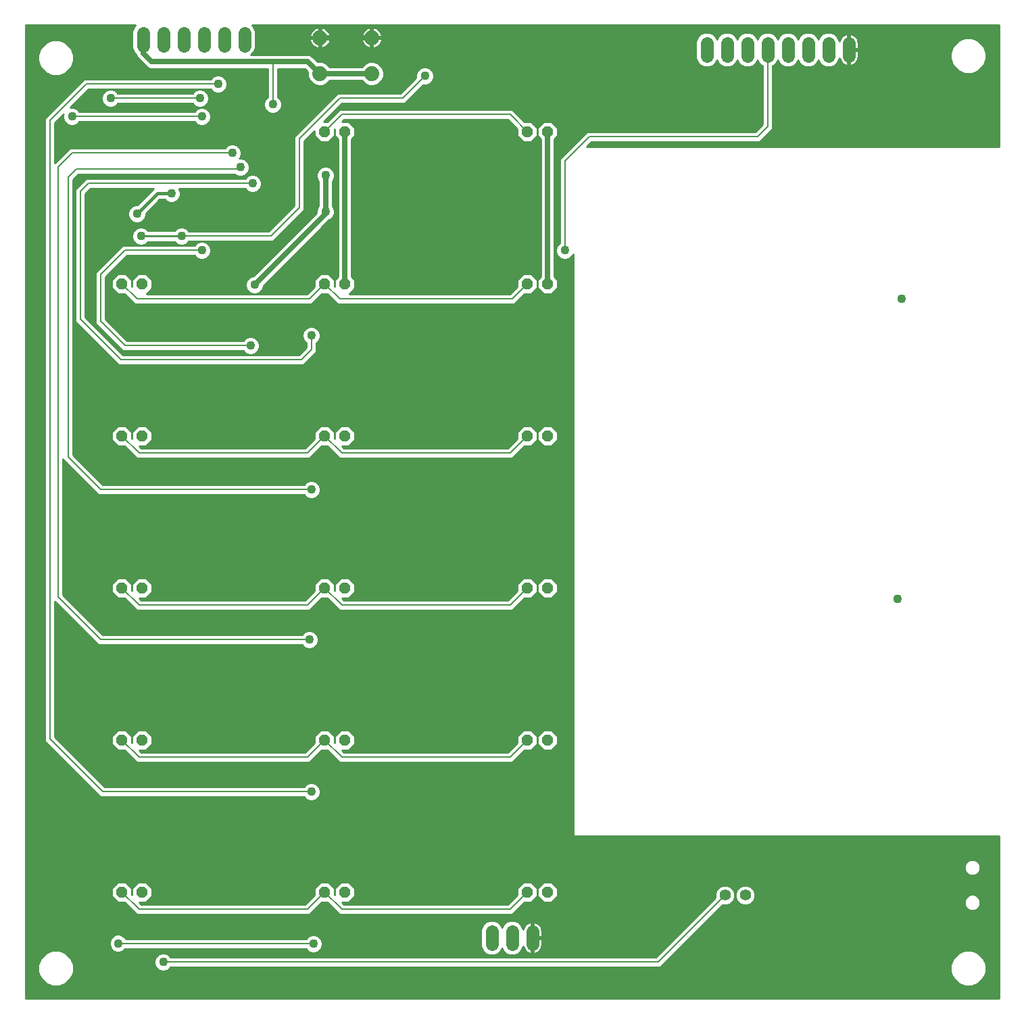
<source format=gbl>
G75*
G70*
%OFA0B0*%
%FSLAX24Y24*%
%IPPOS*%
%LPD*%
%AMOC8*
5,1,8,0,0,1.08239X$1,22.5*
%
%ADD10OC8,0.0560*%
%ADD11C,0.0640*%
%ADD12C,0.0555*%
%ADD13C,0.0740*%
%ADD14C,0.0250*%
%ADD15C,0.0436*%
%ADD16C,0.0100*%
%ADD17C,0.0080*%
%ADD18C,0.0160*%
D10*
X005851Y006351D03*
X006851Y006351D03*
X006851Y013851D03*
X005851Y013851D03*
X005851Y021351D03*
X006851Y021351D03*
X006851Y028851D03*
X005851Y028851D03*
X005851Y036351D03*
X006851Y036351D03*
X015851Y036351D03*
X016851Y036351D03*
X016851Y043851D03*
X015851Y043851D03*
X025851Y043851D03*
X026851Y043851D03*
X026851Y036351D03*
X025851Y036351D03*
X025851Y028851D03*
X026851Y028851D03*
X026851Y021351D03*
X025851Y021351D03*
X025851Y013851D03*
X026851Y013851D03*
X026851Y006351D03*
X025851Y006351D03*
X016851Y006351D03*
X015851Y006351D03*
X015851Y013851D03*
X016851Y013851D03*
X016851Y021351D03*
X015851Y021351D03*
X015851Y028851D03*
X016851Y028851D03*
D11*
X034701Y047581D02*
X034701Y048221D01*
X035701Y048221D02*
X035701Y047581D01*
X036701Y047581D02*
X036701Y048221D01*
X037701Y048221D02*
X037701Y047581D01*
X038701Y047581D02*
X038701Y048221D01*
X039701Y048221D02*
X039701Y047581D01*
X040701Y047581D02*
X040701Y048221D01*
X041701Y048221D02*
X041701Y047581D01*
X011901Y048081D02*
X011901Y048721D01*
X010901Y048721D02*
X010901Y048081D01*
X009901Y048081D02*
X009901Y048721D01*
X008901Y048721D02*
X008901Y048081D01*
X007901Y048081D02*
X007901Y048721D01*
X006901Y048721D02*
X006901Y048081D01*
X024101Y004421D02*
X024101Y003781D01*
X025101Y003781D02*
X025101Y004421D01*
X026101Y004421D02*
X026101Y003781D01*
D12*
X035601Y006201D03*
X036601Y006201D03*
D13*
X018181Y046711D03*
X018181Y048491D03*
X015621Y048491D03*
X015621Y046711D03*
D14*
X015031Y047301D01*
X013401Y047301D01*
X007301Y047301D01*
X006901Y047701D01*
X006901Y048401D01*
X015621Y048491D02*
X018181Y048491D01*
X018181Y046711D02*
X015621Y046711D01*
X016851Y043851D02*
X016851Y036351D01*
X015901Y039801D02*
X012401Y036301D01*
X015901Y039801D02*
X015901Y039901D01*
X015901Y041701D01*
X026851Y043851D02*
X026851Y036351D01*
D15*
X027701Y038001D03*
X020801Y034801D03*
X015901Y039901D03*
X015901Y041701D03*
X012301Y041301D03*
X011701Y042101D03*
X011301Y042801D03*
X009801Y044601D03*
X009701Y045501D03*
X010601Y046201D03*
X013301Y045201D03*
X008301Y040801D03*
X006601Y039801D03*
X006801Y038701D03*
X008801Y038701D03*
X009801Y038001D03*
X012401Y036301D03*
X010801Y034901D03*
X012201Y033301D03*
X015201Y033801D03*
X015201Y026201D03*
X015101Y018801D03*
X015201Y011301D03*
X015301Y003801D03*
X007901Y002901D03*
X005675Y003827D03*
X032801Y006201D03*
X041001Y007901D03*
X045901Y008501D03*
X045901Y004901D03*
X044101Y020801D03*
X044301Y035601D03*
X023701Y046001D03*
X020801Y046601D03*
X006701Y043701D03*
X005301Y045501D03*
X003401Y044601D03*
D16*
X001101Y049101D02*
X001101Y001101D01*
X049101Y001101D01*
X049101Y009101D01*
X028101Y009101D01*
X028101Y037822D01*
X028072Y037753D01*
X027949Y037629D01*
X027788Y037563D01*
X027614Y037563D01*
X027453Y037629D01*
X027329Y037753D01*
X027263Y037914D01*
X027263Y038088D01*
X027329Y038249D01*
X027441Y038360D01*
X027441Y042349D01*
X027441Y042452D01*
X027480Y042548D01*
X027604Y042671D01*
X027196Y042671D01*
X027196Y042573D02*
X027505Y042573D01*
X027450Y042474D02*
X027196Y042474D01*
X027196Y042376D02*
X027441Y042376D01*
X027441Y042277D02*
X027196Y042277D01*
X027196Y042179D02*
X027441Y042179D01*
X027441Y042080D02*
X027196Y042080D01*
X027196Y041982D02*
X027441Y041982D01*
X027441Y041883D02*
X027196Y041883D01*
X027196Y041785D02*
X027441Y041785D01*
X027441Y041686D02*
X027196Y041686D01*
X027196Y041588D02*
X027441Y041588D01*
X027441Y041489D02*
X027196Y041489D01*
X027196Y041390D02*
X027441Y041390D01*
X027441Y041292D02*
X027196Y041292D01*
X027196Y041193D02*
X027441Y041193D01*
X027441Y041095D02*
X027196Y041095D01*
X027196Y040996D02*
X027441Y040996D01*
X027441Y040898D02*
X027196Y040898D01*
X027196Y040799D02*
X027441Y040799D01*
X027441Y040701D02*
X027196Y040701D01*
X027196Y040602D02*
X027441Y040602D01*
X027441Y040504D02*
X027196Y040504D01*
X027196Y040405D02*
X027441Y040405D01*
X027441Y040306D02*
X027196Y040306D01*
X027196Y040208D02*
X027441Y040208D01*
X027441Y040109D02*
X027196Y040109D01*
X027196Y040011D02*
X027441Y040011D01*
X027441Y039912D02*
X027196Y039912D01*
X027196Y039814D02*
X027441Y039814D01*
X027441Y039715D02*
X027196Y039715D01*
X027196Y039617D02*
X027441Y039617D01*
X027441Y039518D02*
X027196Y039518D01*
X027196Y039420D02*
X027441Y039420D01*
X027441Y039321D02*
X027196Y039321D01*
X027196Y039222D02*
X027441Y039222D01*
X027441Y039124D02*
X027196Y039124D01*
X027196Y039025D02*
X027441Y039025D01*
X027441Y038927D02*
X027196Y038927D01*
X027196Y038828D02*
X027441Y038828D01*
X027441Y038730D02*
X027196Y038730D01*
X027196Y038631D02*
X027441Y038631D01*
X027441Y038533D02*
X027196Y038533D01*
X027196Y038434D02*
X027441Y038434D01*
X027416Y038336D02*
X027196Y038336D01*
X027196Y038237D02*
X027324Y038237D01*
X027284Y038139D02*
X027196Y038139D01*
X027196Y038040D02*
X027263Y038040D01*
X027263Y037941D02*
X027196Y037941D01*
X027196Y037843D02*
X027292Y037843D01*
X027338Y037744D02*
X027196Y037744D01*
X027196Y037646D02*
X027436Y037646D01*
X027196Y037547D02*
X028101Y037547D01*
X028101Y037449D02*
X027196Y037449D01*
X027196Y037350D02*
X028101Y037350D01*
X028101Y037252D02*
X027196Y037252D01*
X027196Y037153D02*
X028101Y037153D01*
X028101Y037055D02*
X027196Y037055D01*
X027196Y036956D02*
X028101Y036956D01*
X028101Y036857D02*
X027196Y036857D01*
X027196Y036759D02*
X028101Y036759D01*
X028101Y036660D02*
X027248Y036660D01*
X027196Y036713D02*
X027196Y043489D01*
X027351Y043644D01*
X027351Y044058D01*
X027058Y044351D01*
X026644Y044351D01*
X026351Y044058D01*
X026351Y043644D01*
X026351Y044058D01*
X026058Y044351D01*
X025718Y044351D01*
X025148Y044921D01*
X025052Y044961D01*
X024949Y044961D01*
X016649Y044961D01*
X016554Y044921D01*
X016480Y044848D01*
X015983Y044351D01*
X015818Y044351D01*
X016708Y045241D01*
X019649Y045241D01*
X019752Y045241D01*
X019848Y045280D01*
X020730Y046163D01*
X020888Y046163D01*
X021049Y046229D01*
X021172Y046353D01*
X021239Y046514D01*
X021239Y046688D01*
X021172Y046849D01*
X021049Y046972D01*
X020888Y047039D01*
X020714Y047039D01*
X020553Y046972D01*
X020429Y046849D01*
X020363Y046688D01*
X020363Y046530D01*
X019593Y045761D01*
X016652Y045761D01*
X016549Y045761D01*
X016454Y045721D01*
X014454Y043721D01*
X014380Y043648D01*
X014341Y043552D01*
X014341Y040208D01*
X013093Y038961D01*
X009160Y038961D01*
X009049Y039072D01*
X008888Y039139D01*
X008714Y039139D01*
X008553Y039072D01*
X008451Y038971D01*
X007150Y038971D01*
X007049Y039072D01*
X006888Y039139D01*
X006714Y039139D01*
X006553Y039072D01*
X006429Y038949D01*
X006363Y038788D01*
X006363Y038614D01*
X006429Y038453D01*
X006553Y038329D01*
X006714Y038263D01*
X006888Y038263D01*
X007049Y038329D01*
X007150Y038431D01*
X008451Y038431D01*
X008553Y038329D01*
X008714Y038263D01*
X008888Y038263D01*
X009049Y038329D01*
X009160Y038441D01*
X013252Y038441D01*
X013348Y038480D01*
X013421Y038554D01*
X014821Y039954D01*
X014861Y040049D01*
X014861Y040152D01*
X014861Y043393D01*
X015351Y043883D01*
X015351Y043644D01*
X015644Y043351D01*
X016058Y043351D01*
X016351Y043644D01*
X016506Y043489D01*
X016506Y036713D01*
X016351Y036558D01*
X016351Y036218D01*
X016351Y036218D01*
X016351Y036558D01*
X016058Y036851D01*
X015644Y036851D01*
X015351Y036558D01*
X015351Y036218D01*
X014993Y035861D01*
X007068Y035861D01*
X007351Y036144D01*
X007351Y036558D01*
X007058Y036851D01*
X006644Y036851D01*
X006351Y036558D01*
X006351Y036218D01*
X006351Y036218D01*
X006351Y036558D01*
X006058Y036851D01*
X005644Y036851D01*
X005351Y036558D01*
X005351Y036144D01*
X005644Y035851D01*
X005983Y035851D01*
X006454Y035380D01*
X006549Y035341D01*
X006652Y035341D01*
X015152Y035341D01*
X015248Y035380D01*
X015321Y035454D01*
X015718Y035851D01*
X015983Y035851D01*
X016380Y035454D01*
X016454Y035380D01*
X016549Y035341D01*
X025049Y035341D01*
X025152Y035341D01*
X025248Y035380D01*
X025718Y035851D01*
X026058Y035851D01*
X026351Y036144D01*
X026351Y036558D01*
X026351Y036144D01*
X026644Y035851D01*
X027058Y035851D01*
X027351Y036144D01*
X027351Y036558D01*
X027196Y036713D01*
X027347Y036562D02*
X028101Y036562D01*
X028101Y036463D02*
X027351Y036463D01*
X027351Y036365D02*
X028101Y036365D01*
X028101Y036266D02*
X027351Y036266D01*
X027351Y036168D02*
X028101Y036168D01*
X028101Y036069D02*
X027276Y036069D01*
X027178Y035971D02*
X028101Y035971D01*
X028101Y035872D02*
X027079Y035872D01*
X026622Y035872D02*
X026079Y035872D01*
X026178Y035971D02*
X026524Y035971D01*
X026425Y036069D02*
X026276Y036069D01*
X026351Y036168D02*
X026351Y036168D01*
X026351Y036266D02*
X026351Y036266D01*
X026351Y036365D02*
X026351Y036365D01*
X026351Y036463D02*
X026351Y036463D01*
X026351Y036558D02*
X026058Y036851D01*
X025644Y036851D01*
X025351Y036558D01*
X025351Y036218D01*
X024993Y035861D01*
X017068Y035861D01*
X017351Y036144D01*
X017351Y036558D01*
X017196Y036713D01*
X017196Y043489D01*
X017351Y043644D01*
X017351Y044058D01*
X017058Y044351D01*
X016718Y044351D01*
X016808Y044441D01*
X024893Y044441D01*
X025351Y043983D01*
X025351Y043644D01*
X025644Y043351D01*
X026058Y043351D01*
X026351Y043644D01*
X026506Y043489D01*
X026506Y036713D01*
X026351Y036558D01*
X026347Y036562D02*
X026355Y036562D01*
X026453Y036660D02*
X026248Y036660D01*
X026150Y036759D02*
X026506Y036759D01*
X026506Y036857D02*
X017196Y036857D01*
X017196Y036759D02*
X025552Y036759D01*
X025453Y036660D02*
X017248Y036660D01*
X017347Y036562D02*
X025355Y036562D01*
X025351Y036463D02*
X017351Y036463D01*
X017351Y036365D02*
X025351Y036365D01*
X025351Y036266D02*
X017351Y036266D01*
X017351Y036168D02*
X025300Y036168D01*
X025201Y036069D02*
X017276Y036069D01*
X017178Y035971D02*
X025103Y035971D01*
X025004Y035872D02*
X017079Y035872D01*
X016456Y035379D02*
X015245Y035379D01*
X015345Y035478D02*
X016356Y035478D01*
X016257Y035576D02*
X015444Y035576D01*
X015543Y035675D02*
X016159Y035675D01*
X016060Y035773D02*
X015641Y035773D01*
X015300Y036168D02*
X012820Y036168D01*
X012839Y036214D02*
X012772Y036053D01*
X012649Y035929D01*
X012488Y035863D01*
X012314Y035863D01*
X012153Y035929D01*
X012029Y036053D01*
X011963Y036214D01*
X011963Y036388D01*
X012029Y036549D01*
X012153Y036672D01*
X012314Y036739D01*
X012351Y036739D01*
X015463Y039851D01*
X015463Y039988D01*
X015529Y040149D01*
X015556Y040175D01*
X015556Y041426D01*
X015529Y041453D01*
X015463Y041614D01*
X015463Y041788D01*
X015529Y041949D01*
X015653Y042072D01*
X015814Y042139D01*
X015988Y042139D01*
X016149Y042072D01*
X016272Y041949D01*
X016339Y041788D01*
X016339Y041614D01*
X016272Y041453D01*
X016246Y041426D01*
X016246Y040175D01*
X016272Y040149D01*
X016339Y039988D01*
X016339Y039814D01*
X016506Y039814D01*
X016506Y039912D02*
X016339Y039912D01*
X016339Y039814D02*
X016272Y039653D01*
X016149Y039529D01*
X016095Y039507D01*
X012839Y036251D01*
X012839Y036214D01*
X012854Y036266D02*
X015351Y036266D01*
X015351Y036365D02*
X012953Y036365D01*
X013051Y036463D02*
X015351Y036463D01*
X015355Y036562D02*
X013150Y036562D01*
X013248Y036660D02*
X015453Y036660D01*
X015552Y036759D02*
X013347Y036759D01*
X013445Y036857D02*
X016506Y036857D01*
X016506Y036759D02*
X016150Y036759D01*
X016248Y036660D02*
X016453Y036660D01*
X016355Y036562D02*
X016347Y036562D01*
X016351Y036463D02*
X016351Y036463D01*
X016351Y036365D02*
X016351Y036365D01*
X016351Y036266D02*
X016351Y036266D01*
X016506Y036956D02*
X013544Y036956D01*
X013642Y037055D02*
X016506Y037055D01*
X016506Y037153D02*
X013741Y037153D01*
X013839Y037252D02*
X016506Y037252D01*
X016506Y037350D02*
X013938Y037350D01*
X014037Y037449D02*
X016506Y037449D01*
X016506Y037547D02*
X014135Y037547D01*
X014234Y037646D02*
X016506Y037646D01*
X016506Y037744D02*
X014332Y037744D01*
X014431Y037843D02*
X016506Y037843D01*
X016506Y037941D02*
X014529Y037941D01*
X014628Y038040D02*
X016506Y038040D01*
X016506Y038139D02*
X014726Y038139D01*
X014825Y038237D02*
X016506Y038237D01*
X016506Y038336D02*
X014923Y038336D01*
X015022Y038434D02*
X016506Y038434D01*
X016506Y038533D02*
X015121Y038533D01*
X015219Y038631D02*
X016506Y038631D01*
X016506Y038730D02*
X015318Y038730D01*
X015416Y038828D02*
X016506Y038828D01*
X016506Y038927D02*
X015515Y038927D01*
X015613Y039025D02*
X016506Y039025D01*
X016506Y039124D02*
X015712Y039124D01*
X015810Y039222D02*
X016506Y039222D01*
X016506Y039321D02*
X015909Y039321D01*
X016007Y039420D02*
X016506Y039420D01*
X016506Y039518D02*
X016122Y039518D01*
X016236Y039617D02*
X016506Y039617D01*
X016506Y039715D02*
X016298Y039715D01*
X016329Y040011D02*
X016506Y040011D01*
X016506Y040109D02*
X016289Y040109D01*
X016246Y040208D02*
X016506Y040208D01*
X016506Y040306D02*
X016246Y040306D01*
X016246Y040405D02*
X016506Y040405D01*
X016506Y040504D02*
X016246Y040504D01*
X016246Y040602D02*
X016506Y040602D01*
X016506Y040701D02*
X016246Y040701D01*
X016246Y040799D02*
X016506Y040799D01*
X016506Y040898D02*
X016246Y040898D01*
X016246Y040996D02*
X016506Y040996D01*
X016506Y041095D02*
X016246Y041095D01*
X016246Y041193D02*
X016506Y041193D01*
X016506Y041292D02*
X016246Y041292D01*
X016246Y041390D02*
X016506Y041390D01*
X016506Y041489D02*
X016287Y041489D01*
X016328Y041588D02*
X016506Y041588D01*
X016506Y041686D02*
X016339Y041686D01*
X016339Y041785D02*
X016506Y041785D01*
X016506Y041883D02*
X016299Y041883D01*
X016239Y041982D02*
X016506Y041982D01*
X016506Y042080D02*
X016129Y042080D01*
X016506Y042179D02*
X014861Y042179D01*
X014861Y042277D02*
X016506Y042277D01*
X016506Y042376D02*
X014861Y042376D01*
X014861Y042474D02*
X016506Y042474D01*
X016506Y042573D02*
X014861Y042573D01*
X014861Y042671D02*
X016506Y042671D01*
X016506Y042770D02*
X014861Y042770D01*
X014861Y042869D02*
X016506Y042869D01*
X016506Y042967D02*
X014861Y042967D01*
X014861Y043066D02*
X016506Y043066D01*
X016506Y043164D02*
X014861Y043164D01*
X014861Y043263D02*
X016506Y043263D01*
X016506Y043361D02*
X016068Y043361D01*
X016167Y043460D02*
X016506Y043460D01*
X016436Y043558D02*
X016265Y043558D01*
X016351Y043644D02*
X016351Y043983D01*
X016351Y043644D01*
X016351Y043657D02*
X016351Y043657D01*
X016351Y043755D02*
X016351Y043755D01*
X016351Y043854D02*
X016351Y043854D01*
X016351Y043953D02*
X016351Y043953D01*
X016351Y043983D02*
X016351Y043983D01*
X016078Y044445D02*
X015913Y044445D01*
X016011Y044544D02*
X016176Y044544D01*
X016110Y044642D02*
X016275Y044642D01*
X016209Y044741D02*
X016373Y044741D01*
X016307Y044839D02*
X016472Y044839D01*
X016406Y044938D02*
X016594Y044938D01*
X016504Y045037D02*
X037441Y045037D01*
X037441Y045135D02*
X016603Y045135D01*
X016701Y045234D02*
X037441Y045234D01*
X037441Y045332D02*
X019900Y045332D01*
X019998Y045431D02*
X037441Y045431D01*
X037441Y045529D02*
X020097Y045529D01*
X020195Y045628D02*
X037441Y045628D01*
X037441Y045726D02*
X020294Y045726D01*
X020393Y045825D02*
X037441Y045825D01*
X037441Y045923D02*
X020491Y045923D01*
X020590Y046022D02*
X037441Y046022D01*
X037441Y046121D02*
X020688Y046121D01*
X021024Y046219D02*
X037441Y046219D01*
X037441Y046318D02*
X021137Y046318D01*
X021198Y046416D02*
X037441Y046416D01*
X037441Y046515D02*
X021239Y046515D01*
X021239Y046613D02*
X037441Y046613D01*
X037441Y046712D02*
X021229Y046712D01*
X021188Y046810D02*
X037441Y046810D01*
X037441Y046909D02*
X021112Y046909D01*
X020964Y047007D02*
X037441Y047007D01*
X037441Y047104D02*
X037441Y044208D01*
X037093Y043861D01*
X028849Y043861D01*
X028754Y043821D01*
X028680Y043748D01*
X027604Y042671D01*
X027604Y042671D01*
X027702Y042770D02*
X027196Y042770D01*
X027196Y042869D02*
X027801Y042869D01*
X027899Y042967D02*
X027196Y042967D01*
X027196Y043066D02*
X027998Y043066D01*
X028097Y043164D02*
X027196Y043164D01*
X027196Y043263D02*
X028195Y043263D01*
X028294Y043361D02*
X027196Y043361D01*
X027196Y043460D02*
X028392Y043460D01*
X028491Y043558D02*
X027265Y043558D01*
X027351Y043657D02*
X028589Y043657D01*
X028688Y043755D02*
X027351Y043755D01*
X027351Y043854D02*
X028833Y043854D01*
X029008Y043341D02*
X037149Y043341D01*
X037252Y043341D01*
X037348Y043380D01*
X037848Y043880D01*
X037921Y043954D01*
X037961Y044049D01*
X037961Y047104D01*
X038007Y047123D01*
X038159Y047275D01*
X038201Y047377D01*
X038243Y047275D01*
X038395Y047123D01*
X038593Y047041D01*
X038808Y047041D01*
X039007Y047123D01*
X039159Y047275D01*
X039201Y047377D01*
X039243Y047275D01*
X039395Y047123D01*
X039593Y047041D01*
X039808Y047041D01*
X040007Y047123D01*
X040159Y047275D01*
X040201Y047377D01*
X040243Y047275D01*
X040395Y047123D01*
X040593Y047041D01*
X040808Y047041D01*
X041007Y047123D01*
X041159Y047275D01*
X041241Y047473D01*
X041241Y047481D01*
X041242Y047471D01*
X041265Y047400D01*
X041299Y047334D01*
X041342Y047275D01*
X041395Y047222D01*
X041454Y047179D01*
X041520Y047145D01*
X041591Y047122D01*
X041651Y047113D01*
X041651Y047851D01*
X041751Y047851D01*
X041751Y047951D01*
X041651Y047951D01*
X041651Y048689D01*
X041591Y048679D01*
X041520Y048656D01*
X041454Y048623D01*
X041395Y048579D01*
X041342Y048527D01*
X041299Y048467D01*
X041265Y048401D01*
X041242Y048331D01*
X041241Y048320D01*
X041241Y048328D01*
X041159Y048527D01*
X041007Y048679D01*
X040808Y048761D01*
X040593Y048761D01*
X040395Y048679D01*
X040243Y048527D01*
X040201Y048425D01*
X040159Y048527D01*
X040007Y048679D01*
X039808Y048761D01*
X039593Y048761D01*
X039395Y048679D01*
X039243Y048527D01*
X039201Y048425D01*
X039159Y048527D01*
X039007Y048679D01*
X038808Y048761D01*
X038593Y048761D01*
X038395Y048679D01*
X038243Y048527D01*
X038201Y048425D01*
X038159Y048527D01*
X038007Y048679D01*
X037808Y048761D01*
X037593Y048761D01*
X037395Y048679D01*
X037243Y048527D01*
X037201Y048425D01*
X037159Y048527D01*
X037007Y048679D01*
X036808Y048761D01*
X036593Y048761D01*
X036395Y048679D01*
X036243Y048527D01*
X036201Y048425D01*
X036159Y048527D01*
X036007Y048679D01*
X035808Y048761D01*
X035593Y048761D01*
X035395Y048679D01*
X035243Y048527D01*
X035201Y048425D01*
X035159Y048527D01*
X035007Y048679D01*
X034808Y048761D01*
X034593Y048761D01*
X034395Y048679D01*
X034243Y048527D01*
X034161Y048328D01*
X034161Y047473D01*
X034243Y047275D01*
X034395Y047123D01*
X034593Y047041D01*
X034808Y047041D01*
X035007Y047123D01*
X035159Y047275D01*
X035201Y047377D01*
X035243Y047275D01*
X035395Y047123D01*
X035593Y047041D01*
X035808Y047041D01*
X036007Y047123D01*
X036159Y047275D01*
X036201Y047377D01*
X036243Y047275D01*
X036395Y047123D01*
X036593Y047041D01*
X036808Y047041D01*
X037007Y047123D01*
X037159Y047275D01*
X037201Y047377D01*
X037243Y047275D01*
X037395Y047123D01*
X037441Y047104D01*
X037436Y047106D02*
X036965Y047106D01*
X037088Y047204D02*
X037313Y047204D01*
X037231Y047303D02*
X037170Y047303D01*
X036436Y047106D02*
X035965Y047106D01*
X036088Y047204D02*
X036313Y047204D01*
X036231Y047303D02*
X036170Y047303D01*
X035436Y047106D02*
X034965Y047106D01*
X035088Y047204D02*
X035313Y047204D01*
X035231Y047303D02*
X035170Y047303D01*
X034436Y047106D02*
X018620Y047106D01*
X018681Y047045D02*
X018515Y047211D01*
X018298Y047301D01*
X018063Y047301D01*
X017847Y047211D01*
X017691Y047056D01*
X016110Y047056D01*
X015955Y047211D01*
X015738Y047301D01*
X015519Y047301D01*
X015226Y047593D01*
X015099Y047646D01*
X014962Y047646D01*
X013332Y047646D01*
X012229Y047646D01*
X012359Y047775D01*
X012441Y047973D01*
X012441Y048828D01*
X012359Y049027D01*
X012284Y049101D01*
X049101Y049101D01*
X049101Y043101D01*
X028768Y043101D01*
X029008Y043341D01*
X028930Y043263D02*
X049101Y043263D01*
X049101Y043361D02*
X037302Y043361D01*
X037428Y043460D02*
X049101Y043460D01*
X049101Y043558D02*
X037526Y043558D01*
X037625Y043657D02*
X049101Y043657D01*
X049101Y043755D02*
X037723Y043755D01*
X037822Y043854D02*
X049101Y043854D01*
X049101Y043953D02*
X037920Y043953D01*
X037961Y044051D02*
X049101Y044051D01*
X049101Y044150D02*
X037961Y044150D01*
X037961Y044248D02*
X049101Y044248D01*
X049101Y044347D02*
X037961Y044347D01*
X037961Y044445D02*
X049101Y044445D01*
X049101Y044544D02*
X037961Y044544D01*
X037961Y044642D02*
X049101Y044642D01*
X049101Y044741D02*
X037961Y044741D01*
X037961Y044839D02*
X049101Y044839D01*
X049101Y044938D02*
X037961Y044938D01*
X037961Y045037D02*
X049101Y045037D01*
X049101Y045135D02*
X037961Y045135D01*
X037961Y045234D02*
X049101Y045234D01*
X049101Y045332D02*
X037961Y045332D01*
X037961Y045431D02*
X049101Y045431D01*
X049101Y045529D02*
X037961Y045529D01*
X037961Y045628D02*
X049101Y045628D01*
X049101Y045726D02*
X037961Y045726D01*
X037961Y045825D02*
X049101Y045825D01*
X049101Y045923D02*
X037961Y045923D01*
X037961Y046022D02*
X049101Y046022D01*
X049101Y046121D02*
X037961Y046121D01*
X037961Y046219D02*
X049101Y046219D01*
X049101Y046318D02*
X037961Y046318D01*
X037961Y046416D02*
X049101Y046416D01*
X049101Y046515D02*
X037961Y046515D01*
X037961Y046613D02*
X049101Y046613D01*
X049101Y046712D02*
X037961Y046712D01*
X037961Y046810D02*
X047236Y046810D01*
X047108Y046863D02*
X047428Y046731D01*
X047774Y046731D01*
X048094Y046863D01*
X048338Y047108D01*
X048471Y047428D01*
X048471Y047774D01*
X048338Y048094D01*
X048094Y048338D01*
X047774Y048471D01*
X047428Y048471D01*
X047108Y048338D01*
X046863Y048094D01*
X046731Y047774D01*
X046731Y047428D01*
X046863Y047108D01*
X047108Y046863D01*
X047062Y046909D02*
X037961Y046909D01*
X037961Y047007D02*
X046964Y047007D01*
X046865Y047106D02*
X040965Y047106D01*
X041088Y047204D02*
X041419Y047204D01*
X041322Y047303D02*
X041170Y047303D01*
X041211Y047402D02*
X041265Y047402D01*
X041651Y047402D02*
X041751Y047402D01*
X041751Y047500D02*
X041651Y047500D01*
X041651Y047599D02*
X041751Y047599D01*
X041751Y047697D02*
X041651Y047697D01*
X041651Y047796D02*
X041751Y047796D01*
X041751Y047851D02*
X041751Y047113D01*
X041811Y047122D01*
X041881Y047145D01*
X041947Y047179D01*
X042007Y047222D01*
X042059Y047275D01*
X042103Y047334D01*
X042136Y047400D01*
X042159Y047471D01*
X042171Y047544D01*
X042171Y047851D01*
X041751Y047851D01*
X041751Y047894D02*
X046781Y047894D01*
X046740Y047796D02*
X042171Y047796D01*
X042171Y047697D02*
X046731Y047697D01*
X046731Y047599D02*
X042171Y047599D01*
X042164Y047500D02*
X046731Y047500D01*
X046742Y047402D02*
X042137Y047402D01*
X042080Y047303D02*
X046782Y047303D01*
X046823Y047204D02*
X041982Y047204D01*
X041751Y047204D02*
X041651Y047204D01*
X041651Y047303D02*
X041751Y047303D01*
X041751Y047951D02*
X042171Y047951D01*
X042171Y048258D01*
X042159Y048331D01*
X042136Y048401D01*
X042103Y048467D01*
X042059Y048527D01*
X042007Y048579D01*
X041947Y048623D01*
X041881Y048656D01*
X041811Y048679D01*
X041751Y048689D01*
X041751Y047951D01*
X041751Y047993D02*
X041651Y047993D01*
X041651Y048091D02*
X041751Y048091D01*
X041751Y048190D02*
X041651Y048190D01*
X041651Y048288D02*
X041751Y048288D01*
X041751Y048387D02*
X041651Y048387D01*
X041651Y048486D02*
X041751Y048486D01*
X041751Y048584D02*
X041651Y048584D01*
X041651Y048683D02*
X041751Y048683D01*
X041789Y048683D02*
X049101Y048683D01*
X049101Y048781D02*
X018613Y048781D01*
X018626Y048763D02*
X018577Y048830D01*
X018520Y048887D01*
X018453Y048936D01*
X018380Y048973D01*
X018303Y048998D01*
X018231Y049009D01*
X018231Y048541D01*
X018699Y048541D01*
X018688Y048613D01*
X018663Y048690D01*
X018626Y048763D01*
X018665Y048683D02*
X034405Y048683D01*
X034300Y048584D02*
X018692Y048584D01*
X018699Y048441D02*
X018231Y048441D01*
X018231Y048541D01*
X018131Y048541D01*
X018131Y049009D01*
X018059Y048998D01*
X017981Y048973D01*
X017908Y048936D01*
X017842Y048887D01*
X017784Y048830D01*
X017736Y048763D01*
X017699Y048690D01*
X017674Y048613D01*
X017662Y048541D01*
X018131Y048541D01*
X018131Y048441D01*
X018231Y048441D01*
X018231Y047972D01*
X018303Y047984D01*
X018380Y048009D01*
X018453Y048046D01*
X018520Y048094D01*
X018577Y048152D01*
X018626Y048218D01*
X018663Y048291D01*
X018688Y048369D01*
X018699Y048441D01*
X018691Y048387D02*
X034185Y048387D01*
X034161Y048288D02*
X018661Y048288D01*
X018605Y048190D02*
X034161Y048190D01*
X034161Y048091D02*
X018516Y048091D01*
X018331Y047993D02*
X034161Y047993D01*
X034161Y047894D02*
X012408Y047894D01*
X012441Y047993D02*
X015471Y047993D01*
X015499Y047984D02*
X015571Y047972D01*
X015571Y048441D01*
X015671Y048441D01*
X015671Y048541D01*
X016139Y048541D01*
X016128Y048613D01*
X016103Y048690D01*
X016066Y048763D01*
X016017Y048830D01*
X015960Y048887D01*
X015893Y048936D01*
X015820Y048973D01*
X015743Y048998D01*
X015671Y049009D01*
X015671Y048541D01*
X015571Y048541D01*
X015571Y049009D01*
X015499Y048998D01*
X015421Y048973D01*
X015348Y048936D01*
X015282Y048887D01*
X015224Y048830D01*
X015176Y048763D01*
X015139Y048690D01*
X015114Y048613D01*
X015102Y048541D01*
X015571Y048541D01*
X015571Y048441D01*
X015102Y048441D01*
X015114Y048369D01*
X015139Y048291D01*
X015176Y048218D01*
X015224Y048152D01*
X015282Y048094D01*
X015348Y048046D01*
X015421Y048009D01*
X015499Y047984D01*
X015571Y047993D02*
X015671Y047993D01*
X015671Y047972D02*
X015743Y047984D01*
X015820Y048009D01*
X015893Y048046D01*
X015960Y048094D01*
X016017Y048152D01*
X016066Y048218D01*
X016103Y048291D01*
X016128Y048369D01*
X016139Y048441D01*
X015671Y048441D01*
X015671Y047972D01*
X015771Y047993D02*
X018031Y047993D01*
X018059Y047984D02*
X018131Y047972D01*
X018131Y048441D01*
X017662Y048441D01*
X017674Y048369D01*
X017699Y048291D01*
X017736Y048218D01*
X017784Y048152D01*
X017842Y048094D01*
X017908Y048046D01*
X017981Y048009D01*
X018059Y047984D01*
X018131Y047993D02*
X018231Y047993D01*
X018231Y048091D02*
X018131Y048091D01*
X018131Y048190D02*
X018231Y048190D01*
X018231Y048288D02*
X018131Y048288D01*
X018131Y048387D02*
X018231Y048387D01*
X018231Y048486D02*
X034226Y048486D01*
X034161Y047796D02*
X012367Y047796D01*
X012281Y047697D02*
X034161Y047697D01*
X034161Y047599D02*
X015213Y047599D01*
X015319Y047500D02*
X034161Y047500D01*
X034191Y047402D02*
X015418Y047402D01*
X015516Y047303D02*
X034231Y047303D01*
X034313Y047204D02*
X018521Y047204D01*
X018681Y047045D02*
X018771Y046828D01*
X018771Y046593D01*
X018681Y046377D01*
X018515Y046211D01*
X018298Y046121D01*
X018063Y046121D01*
X017847Y046211D01*
X017691Y046366D01*
X016110Y046366D01*
X015955Y046211D01*
X015738Y046121D01*
X015503Y046121D01*
X015287Y046211D01*
X015121Y046377D01*
X015031Y046593D01*
X015031Y046813D01*
X014888Y046956D01*
X013561Y046956D01*
X013561Y045560D01*
X013672Y045449D01*
X013739Y045288D01*
X013739Y045114D01*
X013672Y044953D01*
X013549Y044829D01*
X013388Y044763D01*
X013214Y044763D01*
X013053Y044829D01*
X012929Y044953D01*
X012863Y045114D01*
X012863Y045288D01*
X012929Y045449D01*
X013041Y045560D01*
X013041Y046956D01*
X007232Y046956D01*
X007105Y047008D01*
X007008Y047105D01*
X006608Y047505D01*
X006556Y047632D01*
X006556Y047662D01*
X006443Y047775D01*
X006361Y047973D01*
X006361Y048828D01*
X006443Y049027D01*
X006517Y049101D01*
X001101Y049101D01*
X001101Y049077D02*
X006493Y049077D01*
X006423Y048978D02*
X001101Y048978D01*
X001101Y048880D02*
X006382Y048880D01*
X006361Y048781D02*
X001101Y048781D01*
X001101Y048683D02*
X006361Y048683D01*
X006361Y048584D02*
X001101Y048584D01*
X001101Y048486D02*
X006361Y048486D01*
X006361Y048387D02*
X001101Y048387D01*
X001101Y048288D02*
X002229Y048288D01*
X002108Y048238D02*
X001863Y047994D01*
X001731Y047674D01*
X001731Y047328D01*
X001863Y047008D01*
X002108Y046763D01*
X002428Y046631D01*
X002774Y046631D01*
X003094Y046763D01*
X003338Y047008D01*
X003471Y047328D01*
X003471Y047674D01*
X003338Y047994D01*
X003094Y048238D01*
X002774Y048371D01*
X002428Y048371D01*
X002108Y048238D01*
X002060Y048190D02*
X001101Y048190D01*
X001101Y048091D02*
X001961Y048091D01*
X001863Y047993D02*
X001101Y047993D01*
X001101Y047894D02*
X001822Y047894D01*
X001781Y047796D02*
X001101Y047796D01*
X001101Y047697D02*
X001741Y047697D01*
X001731Y047599D02*
X001101Y047599D01*
X001101Y047500D02*
X001731Y047500D01*
X001731Y047402D02*
X001101Y047402D01*
X001101Y047303D02*
X001741Y047303D01*
X001782Y047204D02*
X001101Y047204D01*
X001101Y047106D02*
X001823Y047106D01*
X001864Y047007D02*
X001101Y047007D01*
X001101Y046909D02*
X001962Y046909D01*
X002061Y046810D02*
X001101Y046810D01*
X001101Y046712D02*
X002232Y046712D01*
X002969Y046712D02*
X013041Y046712D01*
X013041Y046810D02*
X003141Y046810D01*
X003239Y046909D02*
X013041Y046909D01*
X013041Y046613D02*
X010750Y046613D01*
X010688Y046639D02*
X010514Y046639D01*
X010353Y046572D01*
X010241Y046461D01*
X004049Y046461D01*
X003954Y046421D01*
X003880Y046348D01*
X002080Y044548D01*
X002041Y044452D01*
X002041Y044349D01*
X002041Y013849D01*
X002080Y013754D01*
X002154Y013680D01*
X004754Y011080D01*
X004849Y011041D01*
X004952Y011041D01*
X014841Y011041D01*
X014953Y010929D01*
X015114Y010863D01*
X015288Y010863D01*
X015449Y010929D01*
X015572Y011053D01*
X015639Y011214D01*
X015639Y011388D01*
X015572Y011549D01*
X015449Y011672D01*
X015288Y011739D01*
X015114Y011739D01*
X014953Y011672D01*
X014841Y011561D01*
X005008Y011561D01*
X002561Y014008D01*
X002561Y020673D01*
X004654Y018580D01*
X004749Y018541D01*
X004852Y018541D01*
X014741Y018541D01*
X014853Y018429D01*
X015014Y018363D01*
X015188Y018363D01*
X015349Y018429D01*
X015472Y018553D01*
X015539Y018714D01*
X015539Y018888D01*
X015472Y019049D01*
X015349Y019172D01*
X015188Y019239D01*
X015014Y019239D01*
X014853Y019172D01*
X014741Y019061D01*
X004908Y019061D01*
X002961Y021008D01*
X002961Y027701D01*
X002980Y027654D01*
X003054Y027580D01*
X004654Y025980D01*
X004749Y025941D01*
X004852Y025941D01*
X014841Y025941D01*
X014953Y025829D01*
X015114Y025763D01*
X015288Y025763D01*
X015449Y025829D01*
X015572Y025953D01*
X015639Y026114D01*
X015639Y026288D01*
X015572Y026449D01*
X015449Y026572D01*
X015288Y026639D01*
X015114Y026639D01*
X014953Y026572D01*
X014841Y026461D01*
X004908Y026461D01*
X003461Y027908D01*
X003461Y041493D01*
X003708Y041741D01*
X011441Y041741D01*
X011453Y041729D01*
X011614Y041663D01*
X011788Y041663D01*
X011949Y041729D01*
X012072Y041853D01*
X012139Y042014D01*
X012139Y042188D01*
X012072Y042349D01*
X011949Y042472D01*
X011788Y042539D01*
X011658Y042539D01*
X011672Y042553D01*
X011739Y042714D01*
X011739Y042888D01*
X011672Y043049D01*
X011549Y043172D01*
X011388Y043239D01*
X011214Y043239D01*
X011053Y043172D01*
X010941Y043061D01*
X003349Y043061D01*
X003254Y043021D01*
X003180Y042948D01*
X002561Y042328D01*
X002561Y044293D01*
X002968Y044700D01*
X002963Y044688D01*
X002963Y044514D01*
X003029Y044353D01*
X003153Y044229D01*
X003314Y044163D01*
X003488Y044163D01*
X003649Y044229D01*
X003760Y044341D01*
X009441Y044341D01*
X009553Y044229D01*
X009714Y044163D01*
X009888Y044163D01*
X010049Y044229D01*
X010172Y044353D01*
X010239Y044514D01*
X010239Y044688D01*
X010172Y044849D01*
X010049Y044972D01*
X009888Y045039D01*
X009714Y045039D01*
X009553Y044972D01*
X009441Y044861D01*
X003760Y044861D01*
X003649Y044972D01*
X003488Y045039D01*
X003314Y045039D01*
X003301Y045034D01*
X004208Y045941D01*
X010241Y045941D01*
X010353Y045829D01*
X010514Y045763D01*
X010688Y045763D01*
X010849Y045829D01*
X010972Y045953D01*
X011039Y046114D01*
X011039Y046288D01*
X010972Y046449D01*
X010849Y046572D01*
X010688Y046639D01*
X010452Y046613D02*
X001101Y046613D01*
X001101Y046515D02*
X010295Y046515D01*
X010259Y045923D02*
X009825Y045923D01*
X009788Y045939D02*
X009614Y045939D01*
X009453Y045872D01*
X009341Y045761D01*
X005660Y045761D01*
X005549Y045872D01*
X005388Y045939D01*
X005214Y045939D01*
X005053Y045872D01*
X004929Y045749D01*
X004863Y045588D01*
X004863Y045414D01*
X004929Y045253D01*
X005053Y045129D01*
X005214Y045063D01*
X005388Y045063D01*
X005549Y045129D01*
X005660Y045241D01*
X009341Y045241D01*
X009453Y045129D01*
X009614Y045063D01*
X009788Y045063D01*
X009949Y045129D01*
X010072Y045253D01*
X010139Y045414D01*
X010139Y045588D01*
X010072Y045749D01*
X009949Y045872D01*
X009788Y045939D01*
X009576Y045923D02*
X005425Y045923D01*
X005596Y045825D02*
X009405Y045825D01*
X009996Y045825D02*
X010363Y045825D01*
X010082Y045726D02*
X013041Y045726D01*
X013041Y045628D02*
X010122Y045628D01*
X010139Y045529D02*
X013010Y045529D01*
X012922Y045431D02*
X010139Y045431D01*
X010105Y045332D02*
X012881Y045332D01*
X012863Y045234D02*
X010053Y045234D01*
X009955Y045135D02*
X012863Y045135D01*
X012895Y045037D02*
X009894Y045037D01*
X009708Y045037D02*
X003494Y045037D01*
X003403Y045135D02*
X005047Y045135D01*
X004948Y045234D02*
X003501Y045234D01*
X003600Y045332D02*
X004896Y045332D01*
X004863Y045431D02*
X003698Y045431D01*
X003797Y045529D02*
X004863Y045529D01*
X004879Y045628D02*
X003895Y045628D01*
X003994Y045726D02*
X004920Y045726D01*
X005005Y045825D02*
X004093Y045825D01*
X004191Y045923D02*
X005176Y045923D01*
X005653Y045234D02*
X009348Y045234D01*
X009447Y045135D02*
X005555Y045135D01*
X003683Y044938D02*
X009518Y044938D01*
X009534Y044248D02*
X003668Y044248D01*
X003134Y044248D02*
X002561Y044248D01*
X002561Y044150D02*
X014882Y044150D01*
X014981Y044248D02*
X010068Y044248D01*
X010166Y044347D02*
X015079Y044347D01*
X015178Y044445D02*
X010211Y044445D01*
X010239Y044544D02*
X015276Y044544D01*
X015375Y044642D02*
X010239Y044642D01*
X010217Y044741D02*
X015473Y044741D01*
X015572Y044839D02*
X013559Y044839D01*
X013658Y044938D02*
X015670Y044938D01*
X015769Y045037D02*
X013707Y045037D01*
X013739Y045135D02*
X015867Y045135D01*
X015966Y045234D02*
X013739Y045234D01*
X013721Y045332D02*
X016064Y045332D01*
X016163Y045431D02*
X013680Y045431D01*
X013592Y045529D02*
X016262Y045529D01*
X016360Y045628D02*
X013561Y045628D01*
X013561Y045726D02*
X016466Y045726D01*
X015963Y046219D02*
X017838Y046219D01*
X017740Y046318D02*
X016062Y046318D01*
X016060Y047106D02*
X017742Y047106D01*
X017840Y047204D02*
X015961Y047204D01*
X015956Y048091D02*
X017846Y048091D01*
X017757Y048190D02*
X016045Y048190D01*
X016101Y048288D02*
X017700Y048288D01*
X017671Y048387D02*
X016131Y048387D01*
X016132Y048584D02*
X017669Y048584D01*
X017696Y048683D02*
X016105Y048683D01*
X016053Y048781D02*
X017749Y048781D01*
X017834Y048880D02*
X015967Y048880D01*
X015803Y048978D02*
X017998Y048978D01*
X018131Y048978D02*
X018231Y048978D01*
X018231Y048880D02*
X018131Y048880D01*
X018131Y048781D02*
X018231Y048781D01*
X018231Y048683D02*
X018131Y048683D01*
X018131Y048584D02*
X018231Y048584D01*
X018131Y048486D02*
X015671Y048486D01*
X015671Y048584D02*
X015571Y048584D01*
X015571Y048486D02*
X012441Y048486D01*
X012441Y048584D02*
X015109Y048584D01*
X015136Y048683D02*
X012441Y048683D01*
X012441Y048781D02*
X015189Y048781D01*
X015274Y048880D02*
X012419Y048880D01*
X012379Y048978D02*
X015438Y048978D01*
X015571Y048978D02*
X015671Y048978D01*
X015671Y048880D02*
X015571Y048880D01*
X015571Y048781D02*
X015671Y048781D01*
X015671Y048683D02*
X015571Y048683D01*
X015571Y048387D02*
X015671Y048387D01*
X015671Y048288D02*
X015571Y048288D01*
X015571Y048190D02*
X015671Y048190D01*
X015671Y048091D02*
X015571Y048091D01*
X015286Y048091D02*
X012441Y048091D01*
X012441Y048190D02*
X015197Y048190D01*
X015140Y048288D02*
X012441Y048288D01*
X012441Y048387D02*
X015111Y048387D01*
X014935Y046909D02*
X013561Y046909D01*
X013561Y046810D02*
X015031Y046810D01*
X015031Y046712D02*
X013561Y046712D01*
X013561Y046613D02*
X015031Y046613D01*
X015063Y046515D02*
X013561Y046515D01*
X013561Y046416D02*
X015104Y046416D01*
X015180Y046318D02*
X013561Y046318D01*
X013561Y046219D02*
X015278Y046219D01*
X013561Y046121D02*
X019953Y046121D01*
X020051Y046219D02*
X018523Y046219D01*
X018622Y046318D02*
X020150Y046318D01*
X020248Y046416D02*
X018697Y046416D01*
X018738Y046515D02*
X020347Y046515D01*
X020363Y046613D02*
X018771Y046613D01*
X018771Y046712D02*
X020373Y046712D01*
X020413Y046810D02*
X018771Y046810D01*
X018737Y046909D02*
X020489Y046909D01*
X020638Y047007D02*
X018697Y047007D01*
X019756Y045923D02*
X013561Y045923D01*
X013561Y045825D02*
X019657Y045825D01*
X019854Y046022D02*
X013561Y046022D01*
X013041Y046022D02*
X011001Y046022D01*
X011039Y046121D02*
X013041Y046121D01*
X013041Y046219D02*
X011039Y046219D01*
X011027Y046318D02*
X013041Y046318D01*
X013041Y046416D02*
X010986Y046416D01*
X010906Y046515D02*
X013041Y046515D01*
X013041Y045923D02*
X010943Y045923D01*
X010838Y045825D02*
X013041Y045825D01*
X012944Y044938D02*
X010083Y044938D01*
X010176Y044839D02*
X013043Y044839D01*
X014389Y043657D02*
X002561Y043657D01*
X002561Y043755D02*
X014488Y043755D01*
X014586Y043854D02*
X002561Y043854D01*
X002561Y043953D02*
X014685Y043953D01*
X014783Y044051D02*
X002561Y044051D01*
X002614Y044347D02*
X003035Y044347D01*
X002991Y044445D02*
X002713Y044445D01*
X002811Y044544D02*
X002963Y044544D01*
X002963Y044642D02*
X002910Y044642D01*
X002569Y045037D02*
X001101Y045037D01*
X001101Y045135D02*
X002667Y045135D01*
X002766Y045234D02*
X001101Y045234D01*
X001101Y045332D02*
X002864Y045332D01*
X002963Y045431D02*
X001101Y045431D01*
X001101Y045529D02*
X003062Y045529D01*
X003160Y045628D02*
X001101Y045628D01*
X001101Y045726D02*
X003259Y045726D01*
X003357Y045825D02*
X001101Y045825D01*
X001101Y045923D02*
X003456Y045923D01*
X003554Y046022D02*
X001101Y046022D01*
X001101Y046121D02*
X003653Y046121D01*
X003751Y046219D02*
X001101Y046219D01*
X001101Y046318D02*
X003850Y046318D01*
X003948Y046416D02*
X001101Y046416D01*
X001101Y044938D02*
X002470Y044938D01*
X002372Y044839D02*
X001101Y044839D01*
X001101Y044741D02*
X002273Y044741D01*
X002175Y044642D02*
X001101Y044642D01*
X001101Y044544D02*
X002079Y044544D01*
X002041Y044445D02*
X001101Y044445D01*
X001101Y044347D02*
X002041Y044347D01*
X002041Y044248D02*
X001101Y044248D01*
X001101Y044150D02*
X002041Y044150D01*
X002041Y044051D02*
X001101Y044051D01*
X001101Y043953D02*
X002041Y043953D01*
X002041Y043854D02*
X001101Y043854D01*
X001101Y043755D02*
X002041Y043755D01*
X002041Y043657D02*
X001101Y043657D01*
X001101Y043558D02*
X002041Y043558D01*
X002041Y043460D02*
X001101Y043460D01*
X001101Y043361D02*
X002041Y043361D01*
X002041Y043263D02*
X001101Y043263D01*
X001101Y043164D02*
X002041Y043164D01*
X002041Y043066D02*
X001101Y043066D01*
X001101Y042967D02*
X002041Y042967D01*
X002041Y042869D02*
X001101Y042869D01*
X001101Y042770D02*
X002041Y042770D01*
X002041Y042671D02*
X001101Y042671D01*
X001101Y042573D02*
X002041Y042573D01*
X002041Y042474D02*
X001101Y042474D01*
X001101Y042376D02*
X002041Y042376D01*
X002041Y042277D02*
X001101Y042277D01*
X001101Y042179D02*
X002041Y042179D01*
X002041Y042080D02*
X001101Y042080D01*
X001101Y041982D02*
X002041Y041982D01*
X002041Y041883D02*
X001101Y041883D01*
X001101Y041785D02*
X002041Y041785D01*
X002041Y041686D02*
X001101Y041686D01*
X001101Y041588D02*
X002041Y041588D01*
X002041Y041489D02*
X001101Y041489D01*
X001101Y041390D02*
X002041Y041390D01*
X002041Y041292D02*
X001101Y041292D01*
X001101Y041193D02*
X002041Y041193D01*
X002041Y041095D02*
X001101Y041095D01*
X001101Y040996D02*
X002041Y040996D01*
X002041Y040898D02*
X001101Y040898D01*
X001101Y040799D02*
X002041Y040799D01*
X002041Y040701D02*
X001101Y040701D01*
X001101Y040602D02*
X002041Y040602D01*
X002041Y040504D02*
X001101Y040504D01*
X001101Y040405D02*
X002041Y040405D01*
X002041Y040306D02*
X001101Y040306D01*
X001101Y040208D02*
X002041Y040208D01*
X002041Y040109D02*
X001101Y040109D01*
X001101Y040011D02*
X002041Y040011D01*
X002041Y039912D02*
X001101Y039912D01*
X001101Y039814D02*
X002041Y039814D01*
X002041Y039715D02*
X001101Y039715D01*
X001101Y039617D02*
X002041Y039617D01*
X002041Y039518D02*
X001101Y039518D01*
X001101Y039420D02*
X002041Y039420D01*
X002041Y039321D02*
X001101Y039321D01*
X001101Y039222D02*
X002041Y039222D01*
X002041Y039124D02*
X001101Y039124D01*
X001101Y039025D02*
X002041Y039025D01*
X002041Y038927D02*
X001101Y038927D01*
X001101Y038828D02*
X002041Y038828D01*
X002041Y038730D02*
X001101Y038730D01*
X001101Y038631D02*
X002041Y038631D01*
X002041Y038533D02*
X001101Y038533D01*
X001101Y038434D02*
X002041Y038434D01*
X002041Y038336D02*
X001101Y038336D01*
X001101Y038237D02*
X002041Y038237D01*
X002041Y038139D02*
X001101Y038139D01*
X001101Y038040D02*
X002041Y038040D01*
X002041Y037941D02*
X001101Y037941D01*
X001101Y037843D02*
X002041Y037843D01*
X002041Y037744D02*
X001101Y037744D01*
X001101Y037646D02*
X002041Y037646D01*
X002041Y037547D02*
X001101Y037547D01*
X001101Y037449D02*
X002041Y037449D01*
X002041Y037350D02*
X001101Y037350D01*
X001101Y037252D02*
X002041Y037252D01*
X002041Y037153D02*
X001101Y037153D01*
X001101Y037055D02*
X002041Y037055D01*
X002041Y036956D02*
X001101Y036956D01*
X001101Y036857D02*
X002041Y036857D01*
X002041Y036759D02*
X001101Y036759D01*
X001101Y036660D02*
X002041Y036660D01*
X002041Y036562D02*
X001101Y036562D01*
X001101Y036463D02*
X002041Y036463D01*
X002041Y036365D02*
X001101Y036365D01*
X001101Y036266D02*
X002041Y036266D01*
X002041Y036168D02*
X001101Y036168D01*
X001101Y036069D02*
X002041Y036069D01*
X002041Y035971D02*
X001101Y035971D01*
X001101Y035872D02*
X002041Y035872D01*
X002041Y035773D02*
X001101Y035773D01*
X001101Y035675D02*
X002041Y035675D01*
X002041Y035576D02*
X001101Y035576D01*
X001101Y035478D02*
X002041Y035478D01*
X002041Y035379D02*
X001101Y035379D01*
X001101Y035281D02*
X002041Y035281D01*
X002041Y035182D02*
X001101Y035182D01*
X001101Y035084D02*
X002041Y035084D01*
X002041Y034985D02*
X001101Y034985D01*
X001101Y034887D02*
X002041Y034887D01*
X002041Y034788D02*
X001101Y034788D01*
X001101Y034689D02*
X002041Y034689D01*
X002041Y034591D02*
X001101Y034591D01*
X001101Y034492D02*
X002041Y034492D01*
X002041Y034394D02*
X001101Y034394D01*
X001101Y034295D02*
X002041Y034295D01*
X002041Y034197D02*
X001101Y034197D01*
X001101Y034098D02*
X002041Y034098D01*
X002041Y034000D02*
X001101Y034000D01*
X001101Y033901D02*
X002041Y033901D01*
X002041Y033803D02*
X001101Y033803D01*
X001101Y033704D02*
X002041Y033704D01*
X002041Y033606D02*
X001101Y033606D01*
X001101Y033507D02*
X002041Y033507D01*
X002041Y033408D02*
X001101Y033408D01*
X001101Y033310D02*
X002041Y033310D01*
X002041Y033211D02*
X001101Y033211D01*
X001101Y033113D02*
X002041Y033113D01*
X002041Y033014D02*
X001101Y033014D01*
X001101Y032916D02*
X002041Y032916D01*
X002041Y032817D02*
X001101Y032817D01*
X001101Y032719D02*
X002041Y032719D01*
X002041Y032620D02*
X001101Y032620D01*
X001101Y032522D02*
X002041Y032522D01*
X002041Y032423D02*
X001101Y032423D01*
X001101Y032324D02*
X002041Y032324D01*
X002041Y032226D02*
X001101Y032226D01*
X001101Y032127D02*
X002041Y032127D01*
X002041Y032029D02*
X001101Y032029D01*
X001101Y031930D02*
X002041Y031930D01*
X002041Y031832D02*
X001101Y031832D01*
X001101Y031733D02*
X002041Y031733D01*
X002041Y031635D02*
X001101Y031635D01*
X001101Y031536D02*
X002041Y031536D01*
X002041Y031438D02*
X001101Y031438D01*
X001101Y031339D02*
X002041Y031339D01*
X002041Y031240D02*
X001101Y031240D01*
X001101Y031142D02*
X002041Y031142D01*
X002041Y031043D02*
X001101Y031043D01*
X001101Y030945D02*
X002041Y030945D01*
X002041Y030846D02*
X001101Y030846D01*
X001101Y030748D02*
X002041Y030748D01*
X002041Y030649D02*
X001101Y030649D01*
X001101Y030551D02*
X002041Y030551D01*
X002041Y030452D02*
X001101Y030452D01*
X001101Y030354D02*
X002041Y030354D01*
X002041Y030255D02*
X001101Y030255D01*
X001101Y030156D02*
X002041Y030156D01*
X002041Y030058D02*
X001101Y030058D01*
X001101Y029959D02*
X002041Y029959D01*
X002041Y029861D02*
X001101Y029861D01*
X001101Y029762D02*
X002041Y029762D01*
X002041Y029664D02*
X001101Y029664D01*
X001101Y029565D02*
X002041Y029565D01*
X002041Y029467D02*
X001101Y029467D01*
X001101Y029368D02*
X002041Y029368D01*
X002041Y029270D02*
X001101Y029270D01*
X001101Y029171D02*
X002041Y029171D01*
X002041Y029073D02*
X001101Y029073D01*
X001101Y028974D02*
X002041Y028974D01*
X002041Y028875D02*
X001101Y028875D01*
X001101Y028777D02*
X002041Y028777D01*
X002041Y028678D02*
X001101Y028678D01*
X001101Y028580D02*
X002041Y028580D01*
X002041Y028481D02*
X001101Y028481D01*
X001101Y028383D02*
X002041Y028383D01*
X002041Y028284D02*
X001101Y028284D01*
X001101Y028186D02*
X002041Y028186D01*
X002041Y028087D02*
X001101Y028087D01*
X001101Y027989D02*
X002041Y027989D01*
X002041Y027890D02*
X001101Y027890D01*
X001101Y027791D02*
X002041Y027791D01*
X002041Y027693D02*
X001101Y027693D01*
X001101Y027594D02*
X002041Y027594D01*
X002041Y027496D02*
X001101Y027496D01*
X001101Y027397D02*
X002041Y027397D01*
X002041Y027299D02*
X001101Y027299D01*
X001101Y027200D02*
X002041Y027200D01*
X002041Y027102D02*
X001101Y027102D01*
X001101Y027003D02*
X002041Y027003D01*
X002041Y026905D02*
X001101Y026905D01*
X001101Y026806D02*
X002041Y026806D01*
X002041Y026707D02*
X001101Y026707D01*
X001101Y026609D02*
X002041Y026609D01*
X002041Y026510D02*
X001101Y026510D01*
X001101Y026412D02*
X002041Y026412D01*
X002041Y026313D02*
X001101Y026313D01*
X001101Y026215D02*
X002041Y026215D01*
X002041Y026116D02*
X001101Y026116D01*
X001101Y026018D02*
X002041Y026018D01*
X002041Y025919D02*
X001101Y025919D01*
X001101Y025821D02*
X002041Y025821D01*
X002041Y025722D02*
X001101Y025722D01*
X001101Y025624D02*
X002041Y025624D01*
X002041Y025525D02*
X001101Y025525D01*
X001101Y025426D02*
X002041Y025426D01*
X002041Y025328D02*
X001101Y025328D01*
X001101Y025229D02*
X002041Y025229D01*
X002041Y025131D02*
X001101Y025131D01*
X001101Y025032D02*
X002041Y025032D01*
X002041Y024934D02*
X001101Y024934D01*
X001101Y024835D02*
X002041Y024835D01*
X002041Y024737D02*
X001101Y024737D01*
X001101Y024638D02*
X002041Y024638D01*
X002041Y024540D02*
X001101Y024540D01*
X001101Y024441D02*
X002041Y024441D01*
X002041Y024342D02*
X001101Y024342D01*
X001101Y024244D02*
X002041Y024244D01*
X002041Y024145D02*
X001101Y024145D01*
X001101Y024047D02*
X002041Y024047D01*
X002041Y023948D02*
X001101Y023948D01*
X001101Y023850D02*
X002041Y023850D01*
X002041Y023751D02*
X001101Y023751D01*
X001101Y023653D02*
X002041Y023653D01*
X002041Y023554D02*
X001101Y023554D01*
X001101Y023456D02*
X002041Y023456D01*
X002041Y023357D02*
X001101Y023357D01*
X001101Y023258D02*
X002041Y023258D01*
X002041Y023160D02*
X001101Y023160D01*
X001101Y023061D02*
X002041Y023061D01*
X002041Y022963D02*
X001101Y022963D01*
X001101Y022864D02*
X002041Y022864D01*
X002041Y022766D02*
X001101Y022766D01*
X001101Y022667D02*
X002041Y022667D01*
X002041Y022569D02*
X001101Y022569D01*
X001101Y022470D02*
X002041Y022470D01*
X002041Y022372D02*
X001101Y022372D01*
X001101Y022273D02*
X002041Y022273D01*
X002041Y022174D02*
X001101Y022174D01*
X001101Y022076D02*
X002041Y022076D01*
X002041Y021977D02*
X001101Y021977D01*
X001101Y021879D02*
X002041Y021879D01*
X002041Y021780D02*
X001101Y021780D01*
X001101Y021682D02*
X002041Y021682D01*
X002041Y021583D02*
X001101Y021583D01*
X001101Y021485D02*
X002041Y021485D01*
X002041Y021386D02*
X001101Y021386D01*
X001101Y021288D02*
X002041Y021288D01*
X002041Y021189D02*
X001101Y021189D01*
X001101Y021091D02*
X002041Y021091D01*
X002041Y020992D02*
X001101Y020992D01*
X001101Y020893D02*
X002041Y020893D01*
X002041Y020795D02*
X001101Y020795D01*
X001101Y020696D02*
X002041Y020696D01*
X002041Y020598D02*
X001101Y020598D01*
X001101Y020499D02*
X002041Y020499D01*
X002041Y020401D02*
X001101Y020401D01*
X001101Y020302D02*
X002041Y020302D01*
X002041Y020204D02*
X001101Y020204D01*
X001101Y020105D02*
X002041Y020105D01*
X002041Y020007D02*
X001101Y020007D01*
X001101Y019908D02*
X002041Y019908D01*
X002041Y019809D02*
X001101Y019809D01*
X001101Y019711D02*
X002041Y019711D01*
X002041Y019612D02*
X001101Y019612D01*
X001101Y019514D02*
X002041Y019514D01*
X002041Y019415D02*
X001101Y019415D01*
X001101Y019317D02*
X002041Y019317D01*
X002041Y019218D02*
X001101Y019218D01*
X001101Y019120D02*
X002041Y019120D01*
X002041Y019021D02*
X001101Y019021D01*
X001101Y018923D02*
X002041Y018923D01*
X002041Y018824D02*
X001101Y018824D01*
X001101Y018725D02*
X002041Y018725D01*
X002041Y018627D02*
X001101Y018627D01*
X001101Y018528D02*
X002041Y018528D01*
X002041Y018430D02*
X001101Y018430D01*
X001101Y018331D02*
X002041Y018331D01*
X002041Y018233D02*
X001101Y018233D01*
X001101Y018134D02*
X002041Y018134D01*
X002041Y018036D02*
X001101Y018036D01*
X001101Y017937D02*
X002041Y017937D01*
X002041Y017839D02*
X001101Y017839D01*
X001101Y017740D02*
X002041Y017740D01*
X002041Y017641D02*
X001101Y017641D01*
X001101Y017543D02*
X002041Y017543D01*
X002041Y017444D02*
X001101Y017444D01*
X001101Y017346D02*
X002041Y017346D01*
X002041Y017247D02*
X001101Y017247D01*
X001101Y017149D02*
X002041Y017149D01*
X002041Y017050D02*
X001101Y017050D01*
X001101Y016952D02*
X002041Y016952D01*
X002041Y016853D02*
X001101Y016853D01*
X001101Y016755D02*
X002041Y016755D01*
X002041Y016656D02*
X001101Y016656D01*
X001101Y016558D02*
X002041Y016558D01*
X002041Y016459D02*
X001101Y016459D01*
X001101Y016360D02*
X002041Y016360D01*
X002041Y016262D02*
X001101Y016262D01*
X001101Y016163D02*
X002041Y016163D01*
X002041Y016065D02*
X001101Y016065D01*
X001101Y015966D02*
X002041Y015966D01*
X002041Y015868D02*
X001101Y015868D01*
X001101Y015769D02*
X002041Y015769D01*
X002041Y015671D02*
X001101Y015671D01*
X001101Y015572D02*
X002041Y015572D01*
X002041Y015474D02*
X001101Y015474D01*
X001101Y015375D02*
X002041Y015375D01*
X002041Y015276D02*
X001101Y015276D01*
X001101Y015178D02*
X002041Y015178D01*
X002041Y015079D02*
X001101Y015079D01*
X001101Y014981D02*
X002041Y014981D01*
X002041Y014882D02*
X001101Y014882D01*
X001101Y014784D02*
X002041Y014784D01*
X002041Y014685D02*
X001101Y014685D01*
X001101Y014587D02*
X002041Y014587D01*
X002041Y014488D02*
X001101Y014488D01*
X001101Y014390D02*
X002041Y014390D01*
X002041Y014291D02*
X001101Y014291D01*
X001101Y014192D02*
X002041Y014192D01*
X002041Y014094D02*
X001101Y014094D01*
X001101Y013995D02*
X002041Y013995D01*
X002041Y013897D02*
X001101Y013897D01*
X001101Y013798D02*
X002062Y013798D01*
X002134Y013700D02*
X001101Y013700D01*
X001101Y013601D02*
X002233Y013601D01*
X002331Y013503D02*
X001101Y013503D01*
X001101Y013404D02*
X002430Y013404D01*
X002528Y013306D02*
X001101Y013306D01*
X001101Y013207D02*
X002627Y013207D01*
X002725Y013109D02*
X001101Y013109D01*
X001101Y013010D02*
X002824Y013010D01*
X002922Y012911D02*
X001101Y012911D01*
X001101Y012813D02*
X003021Y012813D01*
X003120Y012714D02*
X001101Y012714D01*
X001101Y012616D02*
X003218Y012616D01*
X003317Y012517D02*
X001101Y012517D01*
X001101Y012419D02*
X003415Y012419D01*
X003514Y012320D02*
X001101Y012320D01*
X001101Y012222D02*
X003612Y012222D01*
X003711Y012123D02*
X001101Y012123D01*
X001101Y012025D02*
X003809Y012025D01*
X003908Y011926D02*
X001101Y011926D01*
X001101Y011827D02*
X004006Y011827D01*
X004105Y011729D02*
X001101Y011729D01*
X001101Y011630D02*
X004204Y011630D01*
X004302Y011532D02*
X001101Y011532D01*
X001101Y011433D02*
X004401Y011433D01*
X004499Y011335D02*
X001101Y011335D01*
X001101Y011236D02*
X004598Y011236D01*
X004696Y011138D02*
X001101Y011138D01*
X001101Y011039D02*
X014843Y011039D01*
X014941Y010941D02*
X001101Y010941D01*
X001101Y010842D02*
X028101Y010842D01*
X028101Y010941D02*
X015460Y010941D01*
X015559Y011039D02*
X028101Y011039D01*
X028101Y011138D02*
X015607Y011138D01*
X015639Y011236D02*
X028101Y011236D01*
X028101Y011335D02*
X015639Y011335D01*
X015620Y011433D02*
X028101Y011433D01*
X028101Y011532D02*
X015579Y011532D01*
X015491Y011630D02*
X028101Y011630D01*
X028101Y011729D02*
X015312Y011729D01*
X015090Y011729D02*
X004840Y011729D01*
X004742Y011827D02*
X028101Y011827D01*
X028101Y011926D02*
X004643Y011926D01*
X004545Y012025D02*
X028101Y012025D01*
X028101Y012123D02*
X004446Y012123D01*
X004348Y012222D02*
X028101Y012222D01*
X028101Y012320D02*
X004249Y012320D01*
X004151Y012419D02*
X028101Y012419D01*
X028101Y012517D02*
X004052Y012517D01*
X003953Y012616D02*
X028101Y012616D01*
X028101Y012714D02*
X003855Y012714D01*
X003756Y012813D02*
X006521Y012813D01*
X006554Y012780D02*
X006480Y012854D01*
X005983Y013351D01*
X005644Y013351D01*
X005351Y013644D01*
X005351Y014058D01*
X005644Y014351D01*
X006058Y014351D01*
X006351Y014058D01*
X006351Y013718D01*
X006351Y013718D01*
X006351Y014058D01*
X006644Y014351D01*
X007058Y014351D01*
X007351Y014058D01*
X007351Y013644D01*
X007058Y013351D01*
X006718Y013351D01*
X006808Y013261D01*
X014893Y013261D01*
X015351Y013718D01*
X015351Y014058D01*
X015644Y014351D01*
X016058Y014351D01*
X016351Y014058D01*
X016351Y013718D01*
X016351Y013718D01*
X016351Y014058D01*
X016644Y014351D01*
X017058Y014351D01*
X017351Y014058D01*
X017351Y013644D01*
X017058Y013351D01*
X016718Y013351D01*
X016808Y013261D01*
X024893Y013261D01*
X025351Y013718D01*
X025351Y014058D01*
X025644Y014351D01*
X026058Y014351D01*
X026351Y014058D01*
X026351Y013644D01*
X026644Y013351D01*
X027058Y013351D01*
X027351Y013644D01*
X027351Y014058D01*
X027058Y014351D01*
X026644Y014351D01*
X026351Y014058D01*
X026351Y013644D01*
X026058Y013351D01*
X025718Y013351D01*
X025148Y012780D01*
X025052Y012741D01*
X024949Y012741D01*
X016649Y012741D01*
X016554Y012780D01*
X016480Y012854D01*
X015983Y013351D01*
X015718Y013351D01*
X015148Y012780D01*
X015052Y012741D01*
X014949Y012741D01*
X006649Y012741D01*
X006554Y012780D01*
X006422Y012911D02*
X003658Y012911D01*
X003559Y013010D02*
X006324Y013010D01*
X006225Y013109D02*
X003461Y013109D01*
X003362Y013207D02*
X006127Y013207D01*
X006028Y013306D02*
X003264Y013306D01*
X003165Y013404D02*
X005590Y013404D01*
X005492Y013503D02*
X003067Y013503D01*
X002968Y013601D02*
X005393Y013601D01*
X005351Y013700D02*
X002869Y013700D01*
X002771Y013798D02*
X005351Y013798D01*
X005351Y013897D02*
X002672Y013897D01*
X002574Y013995D02*
X005351Y013995D01*
X005387Y014094D02*
X002561Y014094D01*
X002561Y014192D02*
X005485Y014192D01*
X005584Y014291D02*
X002561Y014291D01*
X002561Y014390D02*
X028101Y014390D01*
X028101Y014488D02*
X002561Y014488D01*
X002561Y014587D02*
X028101Y014587D01*
X028101Y014685D02*
X002561Y014685D01*
X002561Y014784D02*
X028101Y014784D01*
X028101Y014882D02*
X002561Y014882D01*
X002561Y014981D02*
X028101Y014981D01*
X028101Y015079D02*
X002561Y015079D01*
X002561Y015178D02*
X028101Y015178D01*
X028101Y015276D02*
X002561Y015276D01*
X002561Y015375D02*
X028101Y015375D01*
X028101Y015474D02*
X002561Y015474D01*
X002561Y015572D02*
X028101Y015572D01*
X028101Y015671D02*
X002561Y015671D01*
X002561Y015769D02*
X028101Y015769D01*
X028101Y015868D02*
X002561Y015868D01*
X002561Y015966D02*
X028101Y015966D01*
X028101Y016065D02*
X002561Y016065D01*
X002561Y016163D02*
X028101Y016163D01*
X028101Y016262D02*
X002561Y016262D01*
X002561Y016360D02*
X028101Y016360D01*
X028101Y016459D02*
X002561Y016459D01*
X002561Y016558D02*
X028101Y016558D01*
X028101Y016656D02*
X002561Y016656D01*
X002561Y016755D02*
X028101Y016755D01*
X028101Y016853D02*
X002561Y016853D01*
X002561Y016952D02*
X028101Y016952D01*
X028101Y017050D02*
X002561Y017050D01*
X002561Y017149D02*
X028101Y017149D01*
X028101Y017247D02*
X002561Y017247D01*
X002561Y017346D02*
X028101Y017346D01*
X028101Y017444D02*
X002561Y017444D01*
X002561Y017543D02*
X028101Y017543D01*
X028101Y017641D02*
X002561Y017641D01*
X002561Y017740D02*
X028101Y017740D01*
X028101Y017839D02*
X002561Y017839D01*
X002561Y017937D02*
X028101Y017937D01*
X028101Y018036D02*
X002561Y018036D01*
X002561Y018134D02*
X028101Y018134D01*
X028101Y018233D02*
X002561Y018233D01*
X002561Y018331D02*
X028101Y018331D01*
X028101Y018430D02*
X015349Y018430D01*
X015448Y018528D02*
X028101Y018528D01*
X028101Y018627D02*
X015503Y018627D01*
X015539Y018725D02*
X028101Y018725D01*
X028101Y018824D02*
X015539Y018824D01*
X015525Y018923D02*
X028101Y018923D01*
X028101Y019021D02*
X015484Y019021D01*
X015401Y019120D02*
X028101Y019120D01*
X028101Y019218D02*
X015238Y019218D01*
X014964Y019218D02*
X004751Y019218D01*
X004850Y019120D02*
X014800Y019120D01*
X014754Y018528D02*
X002561Y018528D01*
X002561Y018430D02*
X014852Y018430D01*
X014949Y020241D02*
X015052Y020241D01*
X015148Y020280D01*
X015718Y020851D01*
X015983Y020851D01*
X016480Y020354D01*
X016554Y020280D01*
X016649Y020241D01*
X024949Y020241D01*
X025052Y020241D01*
X025148Y020280D01*
X025718Y020851D01*
X026058Y020851D01*
X026351Y021144D01*
X026644Y020851D01*
X027058Y020851D01*
X027351Y021144D01*
X027351Y021558D01*
X027058Y021851D01*
X026644Y021851D01*
X026351Y021558D01*
X026351Y021144D01*
X026351Y021558D01*
X026058Y021851D01*
X025644Y021851D01*
X025351Y021558D01*
X025351Y021218D01*
X024893Y020761D01*
X016808Y020761D01*
X016718Y020851D01*
X017058Y020851D01*
X017351Y021144D01*
X017351Y021558D01*
X017058Y021851D01*
X016644Y021851D01*
X016351Y021558D01*
X016351Y021218D01*
X016351Y021218D01*
X016351Y021558D01*
X016058Y021851D01*
X015644Y021851D01*
X015351Y021558D01*
X015351Y021218D01*
X014893Y020761D01*
X006808Y020761D01*
X006718Y020851D01*
X007058Y020851D01*
X007351Y021144D01*
X007351Y021558D01*
X007058Y021851D01*
X006644Y021851D01*
X006351Y021558D01*
X006351Y021218D01*
X006351Y021218D01*
X006351Y021558D01*
X006058Y021851D01*
X005644Y021851D01*
X005351Y021558D01*
X005351Y021144D01*
X005644Y020851D01*
X005983Y020851D01*
X006480Y020354D01*
X006554Y020280D01*
X006649Y020241D01*
X014949Y020241D01*
X015170Y020302D02*
X016532Y020302D01*
X016433Y020401D02*
X015268Y020401D01*
X015367Y020499D02*
X016335Y020499D01*
X016236Y020598D02*
X015465Y020598D01*
X015564Y020696D02*
X016138Y020696D01*
X016039Y020795D02*
X015663Y020795D01*
X015321Y021189D02*
X007351Y021189D01*
X007351Y021288D02*
X015351Y021288D01*
X015351Y021386D02*
X007351Y021386D01*
X007351Y021485D02*
X015351Y021485D01*
X015376Y021583D02*
X007325Y021583D01*
X007227Y021682D02*
X015475Y021682D01*
X015573Y021780D02*
X007128Y021780D01*
X006573Y021780D02*
X006128Y021780D01*
X006227Y021682D02*
X006475Y021682D01*
X006376Y021583D02*
X006325Y021583D01*
X006351Y021485D02*
X006351Y021485D01*
X006351Y021386D02*
X006351Y021386D01*
X006351Y021288D02*
X006351Y021288D01*
X006039Y020795D02*
X003174Y020795D01*
X003076Y020893D02*
X005601Y020893D01*
X005502Y020992D02*
X002977Y020992D01*
X002961Y021091D02*
X005404Y021091D01*
X005351Y021189D02*
X002961Y021189D01*
X002961Y021288D02*
X005351Y021288D01*
X005351Y021386D02*
X002961Y021386D01*
X002961Y021485D02*
X005351Y021485D01*
X005376Y021583D02*
X002961Y021583D01*
X002961Y021682D02*
X005475Y021682D01*
X005573Y021780D02*
X002961Y021780D01*
X002961Y021879D02*
X028101Y021879D01*
X028101Y021977D02*
X002961Y021977D01*
X002961Y022076D02*
X028101Y022076D01*
X028101Y022174D02*
X002961Y022174D01*
X002961Y022273D02*
X028101Y022273D01*
X028101Y022372D02*
X002961Y022372D01*
X002961Y022470D02*
X028101Y022470D01*
X028101Y022569D02*
X002961Y022569D01*
X002961Y022667D02*
X028101Y022667D01*
X028101Y022766D02*
X002961Y022766D01*
X002961Y022864D02*
X028101Y022864D01*
X028101Y022963D02*
X002961Y022963D01*
X002961Y023061D02*
X028101Y023061D01*
X028101Y023160D02*
X002961Y023160D01*
X002961Y023258D02*
X028101Y023258D01*
X028101Y023357D02*
X002961Y023357D01*
X002961Y023456D02*
X028101Y023456D01*
X028101Y023554D02*
X002961Y023554D01*
X002961Y023653D02*
X028101Y023653D01*
X028101Y023751D02*
X002961Y023751D01*
X002961Y023850D02*
X028101Y023850D01*
X028101Y023948D02*
X002961Y023948D01*
X002961Y024047D02*
X028101Y024047D01*
X028101Y024145D02*
X002961Y024145D01*
X002961Y024244D02*
X028101Y024244D01*
X028101Y024342D02*
X002961Y024342D01*
X002961Y024441D02*
X028101Y024441D01*
X028101Y024540D02*
X002961Y024540D01*
X002961Y024638D02*
X028101Y024638D01*
X028101Y024737D02*
X002961Y024737D01*
X002961Y024835D02*
X028101Y024835D01*
X028101Y024934D02*
X002961Y024934D01*
X002961Y025032D02*
X028101Y025032D01*
X028101Y025131D02*
X002961Y025131D01*
X002961Y025229D02*
X028101Y025229D01*
X028101Y025328D02*
X002961Y025328D01*
X002961Y025426D02*
X028101Y025426D01*
X028101Y025525D02*
X002961Y025525D01*
X002961Y025624D02*
X028101Y025624D01*
X028101Y025722D02*
X002961Y025722D01*
X002961Y025821D02*
X014974Y025821D01*
X014863Y025919D02*
X002961Y025919D01*
X002961Y026018D02*
X004616Y026018D01*
X004518Y026116D02*
X002961Y026116D01*
X002961Y026215D02*
X004419Y026215D01*
X004321Y026313D02*
X002961Y026313D01*
X002961Y026412D02*
X004222Y026412D01*
X004123Y026510D02*
X002961Y026510D01*
X002961Y026609D02*
X004025Y026609D01*
X003926Y026707D02*
X002961Y026707D01*
X002961Y026806D02*
X003828Y026806D01*
X003729Y026905D02*
X002961Y026905D01*
X002961Y027003D02*
X003631Y027003D01*
X003532Y027102D02*
X002961Y027102D01*
X002961Y027200D02*
X003434Y027200D01*
X003335Y027299D02*
X002961Y027299D01*
X002961Y027397D02*
X003237Y027397D01*
X003138Y027496D02*
X002961Y027496D01*
X002961Y027594D02*
X003039Y027594D01*
X002964Y027693D02*
X002961Y027693D01*
X003479Y027890D02*
X006444Y027890D01*
X006480Y027854D02*
X006554Y027780D01*
X006649Y027741D01*
X015052Y027741D01*
X015148Y027780D01*
X015221Y027854D01*
X015718Y028351D01*
X015983Y028351D01*
X016480Y027854D01*
X016554Y027780D01*
X016649Y027741D01*
X024949Y027741D01*
X025052Y027741D01*
X025148Y027780D01*
X025718Y028351D01*
X026058Y028351D01*
X026351Y028644D01*
X026644Y028351D01*
X027058Y028351D01*
X027351Y028644D01*
X027351Y029058D01*
X027058Y029351D01*
X026644Y029351D01*
X026351Y029058D01*
X026351Y028644D01*
X026351Y029058D01*
X026058Y029351D01*
X025644Y029351D01*
X025351Y029058D01*
X025351Y028718D01*
X024893Y028261D01*
X016808Y028261D01*
X016718Y028351D01*
X017058Y028351D01*
X017351Y028644D01*
X017351Y029058D01*
X017058Y029351D01*
X016644Y029351D01*
X016351Y029058D01*
X016351Y028718D01*
X016351Y028718D01*
X016351Y029058D01*
X016058Y029351D01*
X015644Y029351D01*
X015351Y029058D01*
X015351Y028718D01*
X014893Y028261D01*
X006808Y028261D01*
X006718Y028351D01*
X007058Y028351D01*
X007351Y028644D01*
X007351Y029058D01*
X007058Y029351D01*
X006644Y029351D01*
X006351Y029058D01*
X006351Y028718D01*
X006351Y028718D01*
X006351Y029058D01*
X006058Y029351D01*
X005644Y029351D01*
X005351Y029058D01*
X005351Y028644D01*
X005644Y028351D01*
X005983Y028351D01*
X006480Y027854D01*
X006542Y027791D02*
X003578Y027791D01*
X003676Y027693D02*
X028101Y027693D01*
X028101Y027791D02*
X025159Y027791D01*
X025258Y027890D02*
X028101Y027890D01*
X028101Y027989D02*
X025356Y027989D01*
X025455Y028087D02*
X028101Y028087D01*
X028101Y028186D02*
X025553Y028186D01*
X025652Y028284D02*
X028101Y028284D01*
X028101Y028383D02*
X027090Y028383D01*
X027188Y028481D02*
X028101Y028481D01*
X028101Y028580D02*
X027287Y028580D01*
X027351Y028678D02*
X028101Y028678D01*
X028101Y028777D02*
X027351Y028777D01*
X027351Y028875D02*
X028101Y028875D01*
X028101Y028974D02*
X027351Y028974D01*
X027336Y029073D02*
X028101Y029073D01*
X028101Y029171D02*
X027238Y029171D01*
X027139Y029270D02*
X028101Y029270D01*
X028101Y029368D02*
X003461Y029368D01*
X003461Y029270D02*
X005563Y029270D01*
X005464Y029171D02*
X003461Y029171D01*
X003461Y029073D02*
X005365Y029073D01*
X005351Y028974D02*
X003461Y028974D01*
X003461Y028875D02*
X005351Y028875D01*
X005351Y028777D02*
X003461Y028777D01*
X003461Y028678D02*
X005351Y028678D01*
X005415Y028580D02*
X003461Y028580D01*
X003461Y028481D02*
X005513Y028481D01*
X005612Y028383D02*
X003461Y028383D01*
X003461Y028284D02*
X006050Y028284D01*
X006148Y028186D02*
X003461Y028186D01*
X003461Y028087D02*
X006247Y028087D01*
X006345Y027989D02*
X003461Y027989D01*
X003775Y027594D02*
X028101Y027594D01*
X028101Y027496D02*
X003873Y027496D01*
X003972Y027397D02*
X028101Y027397D01*
X028101Y027299D02*
X004070Y027299D01*
X004169Y027200D02*
X028101Y027200D01*
X028101Y027102D02*
X004268Y027102D01*
X004366Y027003D02*
X028101Y027003D01*
X028101Y026905D02*
X004465Y026905D01*
X004563Y026806D02*
X028101Y026806D01*
X028101Y026707D02*
X004662Y026707D01*
X004760Y026609D02*
X015041Y026609D01*
X014891Y026510D02*
X004859Y026510D01*
X006785Y028284D02*
X014917Y028284D01*
X015015Y028383D02*
X007090Y028383D01*
X007188Y028481D02*
X015114Y028481D01*
X015212Y028580D02*
X007287Y028580D01*
X007351Y028678D02*
X015311Y028678D01*
X015351Y028777D02*
X007351Y028777D01*
X007351Y028875D02*
X015351Y028875D01*
X015351Y028974D02*
X007351Y028974D01*
X007336Y029073D02*
X015365Y029073D01*
X015464Y029171D02*
X007238Y029171D01*
X007139Y029270D02*
X015563Y029270D01*
X016139Y029270D02*
X016563Y029270D01*
X016464Y029171D02*
X016238Y029171D01*
X016336Y029073D02*
X016365Y029073D01*
X016351Y028974D02*
X016351Y028974D01*
X016351Y028875D02*
X016351Y028875D01*
X016351Y028777D02*
X016351Y028777D01*
X016050Y028284D02*
X015652Y028284D01*
X015553Y028186D02*
X016148Y028186D01*
X016247Y028087D02*
X015455Y028087D01*
X015356Y027989D02*
X016345Y027989D01*
X016444Y027890D02*
X015258Y027890D01*
X015221Y027854D02*
X015221Y027854D01*
X015159Y027791D02*
X016542Y027791D01*
X016480Y027854D02*
X016480Y027854D01*
X016785Y028284D02*
X024917Y028284D01*
X025015Y028383D02*
X017090Y028383D01*
X017188Y028481D02*
X025114Y028481D01*
X025212Y028580D02*
X017287Y028580D01*
X017351Y028678D02*
X025311Y028678D01*
X025351Y028777D02*
X017351Y028777D01*
X017351Y028875D02*
X025351Y028875D01*
X025351Y028974D02*
X017351Y028974D01*
X017336Y029073D02*
X025365Y029073D01*
X025464Y029171D02*
X017238Y029171D01*
X017139Y029270D02*
X025563Y029270D01*
X026139Y029270D02*
X026563Y029270D01*
X026464Y029171D02*
X026238Y029171D01*
X026336Y029073D02*
X026365Y029073D01*
X026351Y028974D02*
X026351Y028974D01*
X026351Y028875D02*
X026351Y028875D01*
X026351Y028777D02*
X026351Y028777D01*
X026351Y028678D02*
X026351Y028678D01*
X026287Y028580D02*
X026415Y028580D01*
X026513Y028481D02*
X026188Y028481D01*
X026090Y028383D02*
X026612Y028383D01*
X028101Y029467D02*
X003461Y029467D01*
X003461Y029565D02*
X028101Y029565D01*
X028101Y029664D02*
X003461Y029664D01*
X003461Y029762D02*
X028101Y029762D01*
X028101Y029861D02*
X003461Y029861D01*
X003461Y029959D02*
X028101Y029959D01*
X028101Y030058D02*
X003461Y030058D01*
X003461Y030156D02*
X028101Y030156D01*
X028101Y030255D02*
X003461Y030255D01*
X003461Y030354D02*
X028101Y030354D01*
X028101Y030452D02*
X003461Y030452D01*
X003461Y030551D02*
X028101Y030551D01*
X028101Y030649D02*
X003461Y030649D01*
X003461Y030748D02*
X028101Y030748D01*
X028101Y030846D02*
X003461Y030846D01*
X003461Y030945D02*
X028101Y030945D01*
X028101Y031043D02*
X003461Y031043D01*
X003461Y031142D02*
X028101Y031142D01*
X028101Y031240D02*
X003461Y031240D01*
X003461Y031339D02*
X028101Y031339D01*
X028101Y031438D02*
X003461Y031438D01*
X003461Y031536D02*
X028101Y031536D01*
X028101Y031635D02*
X003461Y031635D01*
X003461Y031733D02*
X028101Y031733D01*
X028101Y031832D02*
X003461Y031832D01*
X003461Y031930D02*
X028101Y031930D01*
X028101Y032029D02*
X003461Y032029D01*
X003461Y032127D02*
X028101Y032127D01*
X028101Y032226D02*
X003461Y032226D01*
X003461Y032324D02*
X028101Y032324D01*
X028101Y032423D02*
X014891Y032423D01*
X014921Y032454D02*
X015421Y032954D01*
X015461Y033049D01*
X015461Y033152D01*
X015461Y033441D01*
X015572Y033553D01*
X015639Y033714D01*
X015639Y033888D01*
X015572Y034049D01*
X015449Y034172D01*
X015288Y034239D01*
X015114Y034239D01*
X014953Y034172D01*
X014829Y034049D01*
X014763Y033888D01*
X014763Y033714D01*
X014829Y033553D01*
X014941Y033441D01*
X014941Y033208D01*
X014593Y032861D01*
X005908Y032861D01*
X004061Y034708D01*
X004061Y040793D01*
X004308Y041041D01*
X007417Y041041D01*
X006615Y040239D01*
X006514Y040239D01*
X006353Y040172D01*
X006229Y040049D01*
X006163Y039888D01*
X006163Y039714D01*
X006229Y039553D01*
X006353Y039429D01*
X006514Y039363D01*
X006688Y039363D01*
X006849Y039429D01*
X006972Y039553D01*
X007039Y039714D01*
X007039Y039815D01*
X007725Y040501D01*
X007981Y040501D01*
X008053Y040429D01*
X008214Y040363D01*
X008388Y040363D01*
X008549Y040429D01*
X008672Y040553D01*
X008739Y040714D01*
X008739Y040888D01*
X008676Y041041D01*
X011941Y041041D01*
X012053Y040929D01*
X012214Y040863D01*
X012388Y040863D01*
X012549Y040929D01*
X012672Y041053D01*
X012739Y041214D01*
X012739Y041388D01*
X012672Y041549D01*
X012549Y041672D01*
X012388Y041739D01*
X012214Y041739D01*
X012053Y041672D01*
X011941Y041561D01*
X004149Y041561D01*
X004054Y041521D01*
X003980Y041448D01*
X003580Y041048D01*
X003541Y040952D01*
X003541Y040849D01*
X003541Y034549D01*
X003580Y034454D01*
X003654Y034380D01*
X005654Y032380D01*
X005749Y032341D01*
X005852Y032341D01*
X014752Y032341D01*
X014848Y032380D01*
X014921Y032454D01*
X014989Y032522D02*
X028101Y032522D01*
X028101Y032620D02*
X015088Y032620D01*
X015186Y032719D02*
X028101Y032719D01*
X028101Y032817D02*
X015285Y032817D01*
X015383Y032916D02*
X028101Y032916D01*
X028101Y033014D02*
X015446Y033014D01*
X015461Y033113D02*
X028101Y033113D01*
X028101Y033211D02*
X015461Y033211D01*
X015461Y033310D02*
X028101Y033310D01*
X028101Y033408D02*
X015461Y033408D01*
X015527Y033507D02*
X028101Y033507D01*
X028101Y033606D02*
X015594Y033606D01*
X015635Y033704D02*
X028101Y033704D01*
X028101Y033803D02*
X015639Y033803D01*
X015633Y033901D02*
X028101Y033901D01*
X028101Y034000D02*
X015593Y034000D01*
X015523Y034098D02*
X028101Y034098D01*
X028101Y034197D02*
X015390Y034197D01*
X015012Y034197D02*
X005472Y034197D01*
X005374Y034295D02*
X028101Y034295D01*
X028101Y034394D02*
X005275Y034394D01*
X005177Y034492D02*
X028101Y034492D01*
X028101Y034591D02*
X005078Y034591D01*
X005061Y034608D02*
X005061Y036693D01*
X006108Y037741D01*
X009441Y037741D01*
X009553Y037629D01*
X009714Y037563D01*
X009888Y037563D01*
X010049Y037629D01*
X010172Y037753D01*
X010239Y037914D01*
X010239Y038088D01*
X010172Y038249D01*
X010049Y038372D01*
X009888Y038439D01*
X009714Y038439D01*
X009553Y038372D01*
X009441Y038261D01*
X005949Y038261D01*
X005854Y038221D01*
X005780Y038148D01*
X004580Y036948D01*
X004541Y036852D01*
X004541Y036749D01*
X004541Y034449D01*
X004580Y034354D01*
X004654Y034280D01*
X005854Y033080D01*
X005949Y033041D01*
X006052Y033041D01*
X011841Y033041D01*
X011953Y032929D01*
X012114Y032863D01*
X012288Y032863D01*
X012449Y032929D01*
X012572Y033053D01*
X012639Y033214D01*
X012639Y033388D01*
X012572Y033549D01*
X012449Y033672D01*
X012288Y033739D01*
X012114Y033739D01*
X011953Y033672D01*
X011841Y033561D01*
X006108Y033561D01*
X005061Y034608D01*
X005061Y034689D02*
X028101Y034689D01*
X028101Y034788D02*
X005061Y034788D01*
X005061Y034887D02*
X028101Y034887D01*
X028101Y034985D02*
X005061Y034985D01*
X005061Y035084D02*
X028101Y035084D01*
X028101Y035182D02*
X005061Y035182D01*
X005061Y035281D02*
X028101Y035281D01*
X028101Y035379D02*
X025245Y035379D01*
X025346Y035478D02*
X028101Y035478D01*
X028101Y035576D02*
X025444Y035576D01*
X025543Y035675D02*
X028101Y035675D01*
X028101Y035773D02*
X025641Y035773D01*
X026506Y036956D02*
X017196Y036956D01*
X017196Y037055D02*
X026506Y037055D01*
X026506Y037153D02*
X017196Y037153D01*
X017196Y037252D02*
X026506Y037252D01*
X026506Y037350D02*
X017196Y037350D01*
X017196Y037449D02*
X026506Y037449D01*
X026506Y037547D02*
X017196Y037547D01*
X017196Y037646D02*
X026506Y037646D01*
X026506Y037744D02*
X017196Y037744D01*
X017196Y037843D02*
X026506Y037843D01*
X026506Y037941D02*
X017196Y037941D01*
X017196Y038040D02*
X026506Y038040D01*
X026506Y038139D02*
X017196Y038139D01*
X017196Y038237D02*
X026506Y038237D01*
X026506Y038336D02*
X017196Y038336D01*
X017196Y038434D02*
X026506Y038434D01*
X026506Y038533D02*
X017196Y038533D01*
X017196Y038631D02*
X026506Y038631D01*
X026506Y038730D02*
X017196Y038730D01*
X017196Y038828D02*
X026506Y038828D01*
X026506Y038927D02*
X017196Y038927D01*
X017196Y039025D02*
X026506Y039025D01*
X026506Y039124D02*
X017196Y039124D01*
X017196Y039222D02*
X026506Y039222D01*
X026506Y039321D02*
X017196Y039321D01*
X017196Y039420D02*
X026506Y039420D01*
X026506Y039518D02*
X017196Y039518D01*
X017196Y039617D02*
X026506Y039617D01*
X026506Y039715D02*
X017196Y039715D01*
X017196Y039814D02*
X026506Y039814D01*
X026506Y039912D02*
X017196Y039912D01*
X017196Y040011D02*
X026506Y040011D01*
X026506Y040109D02*
X017196Y040109D01*
X017196Y040208D02*
X026506Y040208D01*
X026506Y040306D02*
X017196Y040306D01*
X017196Y040405D02*
X026506Y040405D01*
X026506Y040504D02*
X017196Y040504D01*
X017196Y040602D02*
X026506Y040602D01*
X026506Y040701D02*
X017196Y040701D01*
X017196Y040799D02*
X026506Y040799D01*
X026506Y040898D02*
X017196Y040898D01*
X017196Y040996D02*
X026506Y040996D01*
X026506Y041095D02*
X017196Y041095D01*
X017196Y041193D02*
X026506Y041193D01*
X026506Y041292D02*
X017196Y041292D01*
X017196Y041390D02*
X026506Y041390D01*
X026506Y041489D02*
X017196Y041489D01*
X017196Y041588D02*
X026506Y041588D01*
X026506Y041686D02*
X017196Y041686D01*
X017196Y041785D02*
X026506Y041785D01*
X026506Y041883D02*
X017196Y041883D01*
X017196Y041982D02*
X026506Y041982D01*
X026506Y042080D02*
X017196Y042080D01*
X017196Y042179D02*
X026506Y042179D01*
X026506Y042277D02*
X017196Y042277D01*
X017196Y042376D02*
X026506Y042376D01*
X026506Y042474D02*
X017196Y042474D01*
X017196Y042573D02*
X026506Y042573D01*
X026506Y042671D02*
X017196Y042671D01*
X017196Y042770D02*
X026506Y042770D01*
X026506Y042869D02*
X017196Y042869D01*
X017196Y042967D02*
X026506Y042967D01*
X026506Y043066D02*
X017196Y043066D01*
X017196Y043164D02*
X026506Y043164D01*
X026506Y043263D02*
X017196Y043263D01*
X017196Y043361D02*
X025633Y043361D01*
X025535Y043460D02*
X017196Y043460D01*
X017265Y043558D02*
X025436Y043558D01*
X025351Y043657D02*
X017351Y043657D01*
X017351Y043755D02*
X025351Y043755D01*
X025351Y043854D02*
X017351Y043854D01*
X017351Y043953D02*
X025351Y043953D01*
X025283Y044051D02*
X017351Y044051D01*
X017259Y044150D02*
X025184Y044150D01*
X025086Y044248D02*
X017160Y044248D01*
X017062Y044347D02*
X024987Y044347D01*
X025328Y044741D02*
X037441Y044741D01*
X037441Y044839D02*
X025230Y044839D01*
X025107Y044938D02*
X037441Y044938D01*
X037441Y044642D02*
X025427Y044642D01*
X025525Y044544D02*
X037441Y044544D01*
X037441Y044445D02*
X025624Y044445D01*
X026062Y044347D02*
X026640Y044347D01*
X026541Y044248D02*
X026160Y044248D01*
X026259Y044150D02*
X026443Y044150D01*
X026351Y044051D02*
X026351Y044051D01*
X026351Y043953D02*
X026351Y043953D01*
X026351Y043854D02*
X026351Y043854D01*
X026351Y043755D02*
X026351Y043755D01*
X026351Y043657D02*
X026351Y043657D01*
X026436Y043558D02*
X026265Y043558D01*
X026167Y043460D02*
X026506Y043460D01*
X026506Y043361D02*
X026068Y043361D01*
X027062Y044347D02*
X037441Y044347D01*
X037441Y044248D02*
X027160Y044248D01*
X027259Y044150D02*
X037382Y044150D01*
X037283Y044051D02*
X027351Y044051D01*
X027351Y043953D02*
X037185Y043953D01*
X037965Y047106D02*
X038436Y047106D01*
X038313Y047204D02*
X038088Y047204D01*
X038170Y047303D02*
X038231Y047303D01*
X038965Y047106D02*
X039436Y047106D01*
X039313Y047204D02*
X039088Y047204D01*
X039170Y047303D02*
X039231Y047303D01*
X039965Y047106D02*
X040436Y047106D01*
X040313Y047204D02*
X040088Y047204D01*
X040170Y047303D02*
X040231Y047303D01*
X040226Y048486D02*
X040176Y048486D01*
X040101Y048584D02*
X040300Y048584D01*
X040405Y048683D02*
X039997Y048683D01*
X039405Y048683D02*
X038997Y048683D01*
X039101Y048584D02*
X039300Y048584D01*
X039226Y048486D02*
X039176Y048486D01*
X038405Y048683D02*
X037997Y048683D01*
X038101Y048584D02*
X038300Y048584D01*
X038226Y048486D02*
X038176Y048486D01*
X037405Y048683D02*
X036997Y048683D01*
X037101Y048584D02*
X037300Y048584D01*
X037226Y048486D02*
X037176Y048486D01*
X036405Y048683D02*
X035997Y048683D01*
X036101Y048584D02*
X036300Y048584D01*
X036226Y048486D02*
X036176Y048486D01*
X035405Y048683D02*
X034997Y048683D01*
X035101Y048584D02*
X035300Y048584D01*
X035226Y048486D02*
X035176Y048486D01*
X040997Y048683D02*
X041613Y048683D01*
X041401Y048584D02*
X041101Y048584D01*
X041176Y048486D02*
X041312Y048486D01*
X041261Y048387D02*
X041216Y048387D01*
X042000Y048584D02*
X049101Y048584D01*
X049101Y048486D02*
X042089Y048486D01*
X042141Y048387D02*
X047226Y048387D01*
X047058Y048288D02*
X042166Y048288D01*
X042171Y048190D02*
X046960Y048190D01*
X046862Y048091D02*
X042171Y048091D01*
X042171Y047993D02*
X046822Y047993D01*
X047976Y048387D02*
X049101Y048387D01*
X049101Y048288D02*
X048143Y048288D01*
X048242Y048190D02*
X049101Y048190D01*
X049101Y048091D02*
X048339Y048091D01*
X048380Y047993D02*
X049101Y047993D01*
X049101Y047894D02*
X048421Y047894D01*
X048462Y047796D02*
X049101Y047796D01*
X049101Y047697D02*
X048471Y047697D01*
X048471Y047599D02*
X049101Y047599D01*
X049101Y047500D02*
X048471Y047500D01*
X048460Y047402D02*
X049101Y047402D01*
X049101Y047303D02*
X048419Y047303D01*
X048378Y047204D02*
X049101Y047204D01*
X049101Y047106D02*
X048336Y047106D01*
X048238Y047007D02*
X049101Y047007D01*
X049101Y046909D02*
X048139Y046909D01*
X047966Y046810D02*
X049101Y046810D01*
X049101Y048880D02*
X018527Y048880D01*
X018363Y048978D02*
X049101Y048978D01*
X049101Y049077D02*
X012308Y049077D01*
X007108Y047007D02*
X003338Y047007D01*
X003379Y047106D02*
X007008Y047106D01*
X006909Y047204D02*
X003420Y047204D01*
X003461Y047303D02*
X006811Y047303D01*
X006712Y047402D02*
X003471Y047402D01*
X003471Y047500D02*
X006614Y047500D01*
X006570Y047599D02*
X003471Y047599D01*
X003461Y047697D02*
X006521Y047697D01*
X006434Y047796D02*
X003420Y047796D01*
X003379Y047894D02*
X006394Y047894D01*
X006361Y047993D02*
X003339Y047993D01*
X003241Y048091D02*
X006361Y048091D01*
X006361Y048190D02*
X003142Y048190D01*
X002973Y048288D02*
X006361Y048288D01*
X003308Y045037D02*
X003304Y045037D01*
X002561Y043558D02*
X014343Y043558D01*
X014341Y043460D02*
X002561Y043460D01*
X002561Y043361D02*
X014341Y043361D01*
X014341Y043263D02*
X002561Y043263D01*
X002561Y043164D02*
X011045Y043164D01*
X010946Y043066D02*
X002561Y043066D01*
X002561Y042967D02*
X003199Y042967D01*
X003101Y042869D02*
X002561Y042869D01*
X002561Y042770D02*
X003002Y042770D01*
X002904Y042671D02*
X002561Y042671D01*
X002561Y042573D02*
X002805Y042573D01*
X002707Y042474D02*
X002561Y042474D01*
X002561Y042376D02*
X002608Y042376D01*
X003461Y041489D02*
X004021Y041489D01*
X003923Y041390D02*
X003461Y041390D01*
X003461Y041292D02*
X003824Y041292D01*
X003726Y041193D02*
X003461Y041193D01*
X003461Y041095D02*
X003627Y041095D01*
X003559Y040996D02*
X003461Y040996D01*
X003461Y040898D02*
X003541Y040898D01*
X003541Y040799D02*
X003461Y040799D01*
X003461Y040701D02*
X003541Y040701D01*
X003541Y040602D02*
X003461Y040602D01*
X003461Y040504D02*
X003541Y040504D01*
X003541Y040405D02*
X003461Y040405D01*
X003461Y040306D02*
X003541Y040306D01*
X003541Y040208D02*
X003461Y040208D01*
X003461Y040109D02*
X003541Y040109D01*
X003541Y040011D02*
X003461Y040011D01*
X003461Y039912D02*
X003541Y039912D01*
X003541Y039814D02*
X003461Y039814D01*
X003461Y039715D02*
X003541Y039715D01*
X003541Y039617D02*
X003461Y039617D01*
X003461Y039518D02*
X003541Y039518D01*
X003541Y039420D02*
X003461Y039420D01*
X003461Y039321D02*
X003541Y039321D01*
X003541Y039222D02*
X003461Y039222D01*
X003461Y039124D02*
X003541Y039124D01*
X003541Y039025D02*
X003461Y039025D01*
X003461Y038927D02*
X003541Y038927D01*
X003541Y038828D02*
X003461Y038828D01*
X003461Y038730D02*
X003541Y038730D01*
X003541Y038631D02*
X003461Y038631D01*
X003461Y038533D02*
X003541Y038533D01*
X003541Y038434D02*
X003461Y038434D01*
X003461Y038336D02*
X003541Y038336D01*
X003541Y038237D02*
X003461Y038237D01*
X003461Y038139D02*
X003541Y038139D01*
X003541Y038040D02*
X003461Y038040D01*
X003461Y037941D02*
X003541Y037941D01*
X003541Y037843D02*
X003461Y037843D01*
X003461Y037744D02*
X003541Y037744D01*
X003541Y037646D02*
X003461Y037646D01*
X003461Y037547D02*
X003541Y037547D01*
X003541Y037449D02*
X003461Y037449D01*
X003461Y037350D02*
X003541Y037350D01*
X003541Y037252D02*
X003461Y037252D01*
X003461Y037153D02*
X003541Y037153D01*
X003541Y037055D02*
X003461Y037055D01*
X003461Y036956D02*
X003541Y036956D01*
X003541Y036857D02*
X003461Y036857D01*
X003461Y036759D02*
X003541Y036759D01*
X003541Y036660D02*
X003461Y036660D01*
X003461Y036562D02*
X003541Y036562D01*
X003541Y036463D02*
X003461Y036463D01*
X003461Y036365D02*
X003541Y036365D01*
X003541Y036266D02*
X003461Y036266D01*
X003461Y036168D02*
X003541Y036168D01*
X003541Y036069D02*
X003461Y036069D01*
X003461Y035971D02*
X003541Y035971D01*
X003541Y035872D02*
X003461Y035872D01*
X003461Y035773D02*
X003541Y035773D01*
X003541Y035675D02*
X003461Y035675D01*
X003461Y035576D02*
X003541Y035576D01*
X003541Y035478D02*
X003461Y035478D01*
X003461Y035379D02*
X003541Y035379D01*
X003541Y035281D02*
X003461Y035281D01*
X003461Y035182D02*
X003541Y035182D01*
X003541Y035084D02*
X003461Y035084D01*
X003461Y034985D02*
X003541Y034985D01*
X003541Y034887D02*
X003461Y034887D01*
X003461Y034788D02*
X003541Y034788D01*
X003541Y034689D02*
X003461Y034689D01*
X003461Y034591D02*
X003541Y034591D01*
X003564Y034492D02*
X003461Y034492D01*
X003461Y034394D02*
X003640Y034394D01*
X003739Y034295D02*
X003461Y034295D01*
X003461Y034197D02*
X003837Y034197D01*
X003936Y034098D02*
X003461Y034098D01*
X003461Y034000D02*
X004034Y034000D01*
X004133Y033901D02*
X003461Y033901D01*
X003461Y033803D02*
X004231Y033803D01*
X004330Y033704D02*
X003461Y033704D01*
X003461Y033606D02*
X004428Y033606D01*
X004527Y033507D02*
X003461Y033507D01*
X003461Y033408D02*
X004625Y033408D01*
X004724Y033310D02*
X003461Y033310D01*
X003461Y033211D02*
X004823Y033211D01*
X004921Y033113D02*
X003461Y033113D01*
X003461Y033014D02*
X005020Y033014D01*
X005118Y032916D02*
X003461Y032916D01*
X003461Y032817D02*
X005217Y032817D01*
X005315Y032719D02*
X003461Y032719D01*
X003461Y032620D02*
X005414Y032620D01*
X005512Y032522D02*
X003461Y032522D01*
X003461Y032423D02*
X005611Y032423D01*
X005854Y032916D02*
X011986Y032916D01*
X011868Y033014D02*
X005755Y033014D01*
X005821Y033113D02*
X005656Y033113D01*
X005723Y033211D02*
X005558Y033211D01*
X005624Y033310D02*
X005459Y033310D01*
X005525Y033408D02*
X005361Y033408D01*
X005427Y033507D02*
X005262Y033507D01*
X005328Y033606D02*
X005164Y033606D01*
X005230Y033704D02*
X005065Y033704D01*
X005131Y033803D02*
X004967Y033803D01*
X005033Y033901D02*
X004868Y033901D01*
X004934Y034000D02*
X004770Y034000D01*
X004836Y034098D02*
X004671Y034098D01*
X004737Y034197D02*
X004572Y034197D01*
X004639Y034295D02*
X004474Y034295D01*
X004564Y034394D02*
X004375Y034394D01*
X004277Y034492D02*
X004541Y034492D01*
X004541Y034591D02*
X004178Y034591D01*
X004080Y034689D02*
X004541Y034689D01*
X004541Y034788D02*
X004061Y034788D01*
X004061Y034887D02*
X004541Y034887D01*
X004541Y034985D02*
X004061Y034985D01*
X004061Y035084D02*
X004541Y035084D01*
X004541Y035182D02*
X004061Y035182D01*
X004061Y035281D02*
X004541Y035281D01*
X004541Y035379D02*
X004061Y035379D01*
X004061Y035478D02*
X004541Y035478D01*
X004541Y035576D02*
X004061Y035576D01*
X004061Y035675D02*
X004541Y035675D01*
X004541Y035773D02*
X004061Y035773D01*
X004061Y035872D02*
X004541Y035872D01*
X004541Y035971D02*
X004061Y035971D01*
X004061Y036069D02*
X004541Y036069D01*
X004541Y036168D02*
X004061Y036168D01*
X004061Y036266D02*
X004541Y036266D01*
X004541Y036365D02*
X004061Y036365D01*
X004061Y036463D02*
X004541Y036463D01*
X004541Y036562D02*
X004061Y036562D01*
X004061Y036660D02*
X004541Y036660D01*
X004541Y036759D02*
X004061Y036759D01*
X004061Y036857D02*
X004543Y036857D01*
X004588Y036956D02*
X004061Y036956D01*
X004061Y037055D02*
X004687Y037055D01*
X004785Y037153D02*
X004061Y037153D01*
X004061Y037252D02*
X004884Y037252D01*
X004982Y037350D02*
X004061Y037350D01*
X004061Y037449D02*
X005081Y037449D01*
X005180Y037547D02*
X004061Y037547D01*
X004061Y037646D02*
X005278Y037646D01*
X005377Y037744D02*
X004061Y037744D01*
X004061Y037843D02*
X005475Y037843D01*
X005574Y037941D02*
X004061Y037941D01*
X004061Y038040D02*
X005672Y038040D01*
X005771Y038139D02*
X004061Y038139D01*
X004061Y038237D02*
X005892Y038237D01*
X006396Y038533D02*
X004061Y038533D01*
X004061Y038631D02*
X006363Y038631D01*
X006363Y038730D02*
X004061Y038730D01*
X004061Y038828D02*
X006379Y038828D01*
X006420Y038927D02*
X004061Y038927D01*
X004061Y039025D02*
X006506Y039025D01*
X006678Y039124D02*
X004061Y039124D01*
X004061Y039222D02*
X013355Y039222D01*
X013256Y039124D02*
X008924Y039124D01*
X009096Y039025D02*
X013158Y039025D01*
X013453Y039321D02*
X004061Y039321D01*
X004061Y039420D02*
X006376Y039420D01*
X006264Y039518D02*
X004061Y039518D01*
X004061Y039617D02*
X006203Y039617D01*
X006163Y039715D02*
X004061Y039715D01*
X004061Y039814D02*
X006163Y039814D01*
X006173Y039912D02*
X004061Y039912D01*
X004061Y040011D02*
X006214Y040011D01*
X006290Y040109D02*
X004061Y040109D01*
X004061Y040208D02*
X006439Y040208D01*
X006682Y040306D02*
X004061Y040306D01*
X004061Y040405D02*
X006781Y040405D01*
X006879Y040504D02*
X004061Y040504D01*
X004061Y040602D02*
X006978Y040602D01*
X007076Y040701D02*
X004061Y040701D01*
X004067Y040799D02*
X007175Y040799D01*
X007274Y040898D02*
X004165Y040898D01*
X004264Y040996D02*
X007372Y040996D01*
X007629Y040405D02*
X008111Y040405D01*
X008490Y040405D02*
X014341Y040405D01*
X014341Y040504D02*
X008623Y040504D01*
X008693Y040602D02*
X014341Y040602D01*
X014341Y040701D02*
X008733Y040701D01*
X008739Y040799D02*
X014341Y040799D01*
X014341Y040898D02*
X012472Y040898D01*
X012616Y040996D02*
X014341Y040996D01*
X014341Y041095D02*
X012690Y041095D01*
X012730Y041193D02*
X014341Y041193D01*
X014341Y041292D02*
X012739Y041292D01*
X012738Y041390D02*
X014341Y041390D01*
X014341Y041489D02*
X012697Y041489D01*
X012634Y041588D02*
X014341Y041588D01*
X014341Y041686D02*
X012515Y041686D01*
X012086Y041686D02*
X011844Y041686D01*
X011968Y041588D02*
X003555Y041588D01*
X003654Y041686D02*
X011557Y041686D01*
X012004Y041785D02*
X014341Y041785D01*
X014341Y041883D02*
X012085Y041883D01*
X012126Y041982D02*
X014341Y041982D01*
X014341Y042080D02*
X012139Y042080D01*
X012139Y042179D02*
X014341Y042179D01*
X014341Y042277D02*
X012102Y042277D01*
X012045Y042376D02*
X014341Y042376D01*
X014341Y042474D02*
X011944Y042474D01*
X011681Y042573D02*
X014341Y042573D01*
X014341Y042671D02*
X011721Y042671D01*
X011739Y042770D02*
X014341Y042770D01*
X014341Y042869D02*
X011739Y042869D01*
X011706Y042967D02*
X014341Y042967D01*
X014341Y043066D02*
X011655Y043066D01*
X011557Y043164D02*
X014341Y043164D01*
X014861Y043361D02*
X015633Y043361D01*
X015535Y043460D02*
X014927Y043460D01*
X015026Y043558D02*
X015436Y043558D01*
X015351Y043657D02*
X015125Y043657D01*
X015223Y043755D02*
X015351Y043755D01*
X015351Y043854D02*
X015322Y043854D01*
X015672Y042080D02*
X014861Y042080D01*
X014861Y041982D02*
X015562Y041982D01*
X015502Y041883D02*
X014861Y041883D01*
X014861Y041785D02*
X015463Y041785D01*
X015463Y041686D02*
X014861Y041686D01*
X014861Y041588D02*
X015473Y041588D01*
X015514Y041489D02*
X014861Y041489D01*
X014861Y041390D02*
X015556Y041390D01*
X015556Y041292D02*
X014861Y041292D01*
X014861Y041193D02*
X015556Y041193D01*
X015556Y041095D02*
X014861Y041095D01*
X014861Y040996D02*
X015556Y040996D01*
X015556Y040898D02*
X014861Y040898D01*
X014861Y040799D02*
X015556Y040799D01*
X015556Y040701D02*
X014861Y040701D01*
X014861Y040602D02*
X015556Y040602D01*
X015556Y040504D02*
X014861Y040504D01*
X014861Y040405D02*
X015556Y040405D01*
X015556Y040306D02*
X014861Y040306D01*
X014861Y040208D02*
X015556Y040208D01*
X015513Y040109D02*
X014861Y040109D01*
X014845Y040011D02*
X015472Y040011D01*
X015463Y039912D02*
X014780Y039912D01*
X014681Y039814D02*
X015426Y039814D01*
X015327Y039715D02*
X014583Y039715D01*
X014484Y039617D02*
X015229Y039617D01*
X015130Y039518D02*
X014386Y039518D01*
X014287Y039420D02*
X015032Y039420D01*
X014933Y039321D02*
X014189Y039321D01*
X014090Y039222D02*
X014835Y039222D01*
X014736Y039124D02*
X013992Y039124D01*
X013893Y039025D02*
X014638Y039025D01*
X014539Y038927D02*
X013795Y038927D01*
X013696Y038828D02*
X014440Y038828D01*
X014342Y038730D02*
X013597Y038730D01*
X013499Y038631D02*
X014243Y038631D01*
X014145Y038533D02*
X013400Y038533D01*
X013751Y038139D02*
X010218Y038139D01*
X010239Y038040D02*
X013652Y038040D01*
X013554Y037941D02*
X010239Y037941D01*
X010210Y037843D02*
X013455Y037843D01*
X013356Y037744D02*
X010164Y037744D01*
X010065Y037646D02*
X013258Y037646D01*
X013159Y037547D02*
X005915Y037547D01*
X005816Y037449D02*
X013061Y037449D01*
X012962Y037350D02*
X005718Y037350D01*
X005619Y037252D02*
X012864Y037252D01*
X012765Y037153D02*
X005521Y037153D01*
X005422Y037055D02*
X012667Y037055D01*
X012568Y036956D02*
X005324Y036956D01*
X005225Y036857D02*
X012470Y036857D01*
X012371Y036759D02*
X007150Y036759D01*
X007248Y036660D02*
X012141Y036660D01*
X012042Y036562D02*
X007347Y036562D01*
X007351Y036463D02*
X011994Y036463D01*
X011963Y036365D02*
X007351Y036365D01*
X007351Y036266D02*
X011963Y036266D01*
X011982Y036168D02*
X007351Y036168D01*
X007276Y036069D02*
X012023Y036069D01*
X012111Y035971D02*
X007178Y035971D01*
X007079Y035872D02*
X012291Y035872D01*
X012510Y035872D02*
X015004Y035872D01*
X015103Y035971D02*
X012690Y035971D01*
X012779Y036069D02*
X015201Y036069D01*
X014879Y034098D02*
X005571Y034098D01*
X005670Y034000D02*
X014809Y034000D01*
X014768Y033901D02*
X005768Y033901D01*
X005867Y033803D02*
X014763Y033803D01*
X014767Y033704D02*
X012372Y033704D01*
X012516Y033606D02*
X014807Y033606D01*
X014875Y033507D02*
X012590Y033507D01*
X012630Y033408D02*
X014941Y033408D01*
X014941Y033310D02*
X012639Y033310D01*
X012638Y033211D02*
X014941Y033211D01*
X014845Y033113D02*
X012597Y033113D01*
X012534Y033014D02*
X014747Y033014D01*
X014648Y032916D02*
X012416Y032916D01*
X011886Y033606D02*
X006064Y033606D01*
X005965Y033704D02*
X012030Y033704D01*
X009536Y037646D02*
X006013Y037646D01*
X006150Y036759D02*
X006552Y036759D01*
X006453Y036660D02*
X006248Y036660D01*
X006347Y036562D02*
X006355Y036562D01*
X006351Y036463D02*
X006351Y036463D01*
X006351Y036365D02*
X006351Y036365D01*
X006351Y036266D02*
X006351Y036266D01*
X006060Y035773D02*
X005061Y035773D01*
X005061Y035675D02*
X006159Y035675D01*
X006257Y035576D02*
X005061Y035576D01*
X005061Y035478D02*
X006356Y035478D01*
X006456Y035379D02*
X005061Y035379D01*
X005061Y035872D02*
X005622Y035872D01*
X005524Y035971D02*
X005061Y035971D01*
X005061Y036069D02*
X005425Y036069D01*
X005351Y036168D02*
X005061Y036168D01*
X005061Y036266D02*
X005351Y036266D01*
X005351Y036365D02*
X005061Y036365D01*
X005061Y036463D02*
X005351Y036463D01*
X005355Y036562D02*
X005061Y036562D01*
X005061Y036660D02*
X005453Y036660D01*
X005552Y036759D02*
X005127Y036759D01*
X004061Y038336D02*
X006546Y038336D01*
X006448Y038434D02*
X004061Y038434D01*
X006801Y038701D02*
X008801Y038701D01*
X008506Y039025D02*
X007096Y039025D01*
X006924Y039124D02*
X008678Y039124D01*
X008546Y038336D02*
X007055Y038336D01*
X006825Y039420D02*
X013552Y039420D01*
X013650Y039518D02*
X006938Y039518D01*
X006999Y039617D02*
X013749Y039617D01*
X013848Y039715D02*
X007039Y039715D01*
X007039Y039814D02*
X013946Y039814D01*
X014045Y039912D02*
X007137Y039912D01*
X007235Y040011D02*
X014143Y040011D01*
X014242Y040109D02*
X007334Y040109D01*
X007432Y040208D02*
X014340Y040208D01*
X014341Y040306D02*
X007531Y040306D01*
X008735Y040898D02*
X012129Y040898D01*
X011986Y040996D02*
X008694Y040996D01*
X009154Y038434D02*
X009702Y038434D01*
X009899Y038434D02*
X014046Y038434D01*
X013948Y038336D02*
X010086Y038336D01*
X010177Y038237D02*
X013849Y038237D01*
X009516Y038336D02*
X009055Y038336D01*
X006563Y029270D02*
X006139Y029270D01*
X006238Y029171D02*
X006464Y029171D01*
X006365Y029073D02*
X006336Y029073D01*
X006351Y028974D02*
X006351Y028974D01*
X006351Y028875D02*
X006351Y028875D01*
X006351Y028777D02*
X006351Y028777D01*
X007298Y021091D02*
X015223Y021091D01*
X015124Y020992D02*
X007199Y020992D01*
X007101Y020893D02*
X015026Y020893D01*
X014927Y020795D02*
X006774Y020795D01*
X006433Y020401D02*
X003569Y020401D01*
X003667Y020302D02*
X006532Y020302D01*
X006335Y020499D02*
X003470Y020499D01*
X003371Y020598D02*
X006236Y020598D01*
X006138Y020696D02*
X003273Y020696D01*
X002932Y020302D02*
X002561Y020302D01*
X002561Y020204D02*
X003030Y020204D01*
X003129Y020105D02*
X002561Y020105D01*
X002561Y020007D02*
X003227Y020007D01*
X003326Y019908D02*
X002561Y019908D01*
X002561Y019809D02*
X003424Y019809D01*
X003523Y019711D02*
X002561Y019711D01*
X002561Y019612D02*
X003621Y019612D01*
X003720Y019514D02*
X002561Y019514D01*
X002561Y019415D02*
X003819Y019415D01*
X003917Y019317D02*
X002561Y019317D01*
X002561Y019218D02*
X004016Y019218D01*
X004114Y019120D02*
X002561Y019120D01*
X002561Y019021D02*
X004213Y019021D01*
X004311Y018923D02*
X002561Y018923D01*
X002561Y018824D02*
X004410Y018824D01*
X004508Y018725D02*
X002561Y018725D01*
X002561Y018627D02*
X004607Y018627D01*
X004652Y019317D02*
X028101Y019317D01*
X028101Y019415D02*
X004554Y019415D01*
X004455Y019514D02*
X028101Y019514D01*
X028101Y019612D02*
X004357Y019612D01*
X004258Y019711D02*
X028101Y019711D01*
X028101Y019809D02*
X004160Y019809D01*
X004061Y019908D02*
X028101Y019908D01*
X028101Y020007D02*
X003963Y020007D01*
X003864Y020105D02*
X028101Y020105D01*
X028101Y020204D02*
X003766Y020204D01*
X002833Y020401D02*
X002561Y020401D01*
X002561Y020499D02*
X002735Y020499D01*
X002636Y020598D02*
X002561Y020598D01*
X006118Y014291D02*
X006584Y014291D01*
X006485Y014192D02*
X006216Y014192D01*
X006315Y014094D02*
X006387Y014094D01*
X006351Y013995D02*
X006351Y013995D01*
X006351Y013897D02*
X006351Y013897D01*
X006351Y013798D02*
X006351Y013798D01*
X006764Y013306D02*
X014938Y013306D01*
X015036Y013404D02*
X007111Y013404D01*
X007210Y013503D02*
X015135Y013503D01*
X015234Y013601D02*
X007308Y013601D01*
X007351Y013700D02*
X015332Y013700D01*
X015351Y013798D02*
X007351Y013798D01*
X007351Y013897D02*
X015351Y013897D01*
X015351Y013995D02*
X007351Y013995D01*
X007315Y014094D02*
X015387Y014094D01*
X015485Y014192D02*
X007216Y014192D01*
X007118Y014291D02*
X015584Y014291D01*
X016118Y014291D02*
X016584Y014291D01*
X016485Y014192D02*
X016216Y014192D01*
X016315Y014094D02*
X016387Y014094D01*
X016351Y013995D02*
X016351Y013995D01*
X016351Y013897D02*
X016351Y013897D01*
X016351Y013798D02*
X016351Y013798D01*
X016028Y013306D02*
X015673Y013306D01*
X015575Y013207D02*
X016127Y013207D01*
X016225Y013109D02*
X015476Y013109D01*
X015378Y013010D02*
X016324Y013010D01*
X016422Y012911D02*
X015279Y012911D01*
X015181Y012813D02*
X016521Y012813D01*
X016764Y013306D02*
X024938Y013306D01*
X025036Y013404D02*
X017111Y013404D01*
X017210Y013503D02*
X025135Y013503D01*
X025234Y013601D02*
X017308Y013601D01*
X017351Y013700D02*
X025332Y013700D01*
X025351Y013798D02*
X017351Y013798D01*
X017351Y013897D02*
X025351Y013897D01*
X025351Y013995D02*
X017351Y013995D01*
X017315Y014094D02*
X025387Y014094D01*
X025485Y014192D02*
X017216Y014192D01*
X017118Y014291D02*
X025584Y014291D01*
X026118Y014291D02*
X026584Y014291D01*
X026485Y014192D02*
X026216Y014192D01*
X026315Y014094D02*
X026387Y014094D01*
X026351Y013995D02*
X026351Y013995D01*
X026351Y013897D02*
X026351Y013897D01*
X026351Y013798D02*
X026351Y013798D01*
X026351Y013700D02*
X026351Y013700D01*
X026308Y013601D02*
X026393Y013601D01*
X026492Y013503D02*
X026210Y013503D01*
X026111Y013404D02*
X026590Y013404D01*
X027111Y013404D02*
X028101Y013404D01*
X028101Y013306D02*
X025673Y013306D01*
X025575Y013207D02*
X028101Y013207D01*
X028101Y013109D02*
X025476Y013109D01*
X025378Y013010D02*
X028101Y013010D01*
X028101Y012911D02*
X025279Y012911D01*
X025181Y012813D02*
X028101Y012813D01*
X028101Y013503D02*
X027210Y013503D01*
X027308Y013601D02*
X028101Y013601D01*
X028101Y013700D02*
X027351Y013700D01*
X027351Y013798D02*
X028101Y013798D01*
X028101Y013897D02*
X027351Y013897D01*
X027351Y013995D02*
X028101Y013995D01*
X028101Y014094D02*
X027315Y014094D01*
X027216Y014192D02*
X028101Y014192D01*
X028101Y014291D02*
X027118Y014291D01*
X028101Y010743D02*
X001101Y010743D01*
X001101Y010645D02*
X028101Y010645D01*
X028101Y010546D02*
X001101Y010546D01*
X001101Y010448D02*
X028101Y010448D01*
X028101Y010349D02*
X001101Y010349D01*
X001101Y010251D02*
X028101Y010251D01*
X028101Y010152D02*
X001101Y010152D01*
X001101Y010054D02*
X028101Y010054D01*
X028101Y009955D02*
X001101Y009955D01*
X001101Y009857D02*
X028101Y009857D01*
X028101Y009758D02*
X001101Y009758D01*
X001101Y009659D02*
X028101Y009659D01*
X028101Y009561D02*
X001101Y009561D01*
X001101Y009462D02*
X028101Y009462D01*
X028101Y009364D02*
X001101Y009364D01*
X001101Y009265D02*
X028101Y009265D01*
X028101Y009167D02*
X001101Y009167D01*
X001101Y009068D02*
X049101Y009068D01*
X049101Y008970D02*
X001101Y008970D01*
X001101Y008871D02*
X049101Y008871D01*
X049101Y008773D02*
X001101Y008773D01*
X001101Y008674D02*
X049101Y008674D01*
X049101Y008576D02*
X001101Y008576D01*
X001101Y008477D02*
X049101Y008477D01*
X049101Y008378D02*
X001101Y008378D01*
X001101Y008280D02*
X049101Y008280D01*
X049101Y008181D02*
X001101Y008181D01*
X001101Y008083D02*
X049101Y008083D01*
X049101Y007984D02*
X001101Y007984D01*
X001101Y007886D02*
X047558Y007886D01*
X047576Y007904D02*
X047464Y007792D01*
X047404Y007646D01*
X047404Y007488D01*
X047464Y007342D01*
X047576Y007230D01*
X047722Y007170D01*
X047880Y007170D01*
X048026Y007230D01*
X048137Y007342D01*
X048198Y007488D01*
X048198Y007646D01*
X048137Y007792D01*
X048026Y007904D01*
X047880Y007964D01*
X047722Y007964D01*
X047576Y007904D01*
X047462Y007787D02*
X001101Y007787D01*
X001101Y007689D02*
X047421Y007689D01*
X047404Y007590D02*
X001101Y007590D01*
X001101Y007492D02*
X047404Y007492D01*
X047443Y007393D02*
X001101Y007393D01*
X001101Y007294D02*
X047512Y007294D01*
X047659Y007196D02*
X001101Y007196D01*
X001101Y007097D02*
X049101Y007097D01*
X049101Y006999D02*
X001101Y006999D01*
X001101Y006900D02*
X049101Y006900D01*
X049101Y006802D02*
X027107Y006802D01*
X027058Y006851D02*
X026644Y006851D01*
X026351Y006558D01*
X026351Y006144D01*
X026644Y005851D01*
X027058Y005851D01*
X027351Y006144D01*
X027351Y006558D01*
X027058Y006851D01*
X027205Y006703D02*
X049101Y006703D01*
X049101Y006605D02*
X036900Y006605D01*
X036883Y006622D02*
X036700Y006698D01*
X036502Y006698D01*
X036319Y006622D01*
X036179Y006483D01*
X036103Y006300D01*
X036103Y006102D01*
X036179Y005919D01*
X036319Y005779D01*
X036502Y005703D01*
X036700Y005703D01*
X036883Y005779D01*
X037022Y005919D01*
X037098Y006102D01*
X037098Y006300D01*
X037022Y006483D01*
X036883Y006622D01*
X036999Y006506D02*
X049101Y006506D01*
X049101Y006408D02*
X037054Y006408D01*
X037094Y006309D02*
X049101Y006309D01*
X049101Y006210D02*
X047931Y006210D01*
X047880Y006232D02*
X047722Y006232D01*
X047576Y006171D01*
X047464Y006060D01*
X047404Y005914D01*
X047404Y005756D01*
X047464Y005610D01*
X047576Y005498D01*
X047722Y005437D01*
X047880Y005437D01*
X048026Y005498D01*
X048137Y005610D01*
X048198Y005756D01*
X048198Y005914D01*
X048137Y006060D01*
X048026Y006171D01*
X047880Y006232D01*
X047670Y006210D02*
X037098Y006210D01*
X037098Y006112D02*
X047516Y006112D01*
X047445Y006013D02*
X037062Y006013D01*
X037018Y005915D02*
X047404Y005915D01*
X047404Y005816D02*
X036920Y005816D01*
X036735Y005718D02*
X047419Y005718D01*
X047460Y005619D02*
X035387Y005619D01*
X035480Y005712D02*
X035502Y005703D01*
X035700Y005703D01*
X035883Y005779D01*
X036022Y005919D01*
X036098Y006102D01*
X036098Y006300D01*
X036022Y006483D01*
X035883Y006622D01*
X035700Y006698D01*
X035502Y006698D01*
X035319Y006622D01*
X035179Y006483D01*
X035103Y006300D01*
X035103Y006102D01*
X035112Y006080D01*
X032193Y003161D01*
X008260Y003161D01*
X008149Y003272D01*
X007988Y003339D01*
X007814Y003339D01*
X007653Y003272D01*
X007529Y003149D01*
X007463Y002988D01*
X007463Y002814D01*
X007529Y002653D01*
X007653Y002529D01*
X007814Y002463D01*
X007988Y002463D01*
X008149Y002529D01*
X008260Y002641D01*
X032249Y002641D01*
X032352Y002641D01*
X032448Y002680D01*
X035480Y005712D01*
X035735Y005718D02*
X036467Y005718D01*
X036282Y005816D02*
X035920Y005816D01*
X036018Y005915D02*
X036183Y005915D01*
X036140Y006013D02*
X036062Y006013D01*
X036098Y006112D02*
X036103Y006112D01*
X036098Y006210D02*
X036103Y006210D01*
X036094Y006309D02*
X036107Y006309D01*
X036148Y006408D02*
X036054Y006408D01*
X035999Y006506D02*
X036203Y006506D01*
X036301Y006605D02*
X035900Y006605D01*
X035301Y006605D02*
X027304Y006605D01*
X027351Y006506D02*
X035203Y006506D01*
X035148Y006408D02*
X027351Y006408D01*
X027351Y006309D02*
X035107Y006309D01*
X035103Y006210D02*
X027351Y006210D01*
X027319Y006112D02*
X035103Y006112D01*
X035046Y006013D02*
X027220Y006013D01*
X027122Y005915D02*
X034947Y005915D01*
X034849Y005816D02*
X025684Y005816D01*
X025718Y005851D02*
X026058Y005851D01*
X026351Y006144D01*
X026351Y006558D01*
X026058Y006851D01*
X025644Y006851D01*
X025351Y006558D01*
X025351Y006218D01*
X024893Y005761D01*
X016808Y005761D01*
X016718Y005851D01*
X017058Y005851D01*
X017351Y006144D01*
X017351Y006558D01*
X017058Y006851D01*
X016644Y006851D01*
X016351Y006558D01*
X016351Y006218D01*
X016351Y006218D01*
X016351Y006558D01*
X016058Y006851D01*
X015644Y006851D01*
X015351Y006558D01*
X015351Y006218D01*
X014893Y005761D01*
X006808Y005761D01*
X006718Y005851D01*
X007058Y005851D01*
X007351Y006144D01*
X007351Y006558D01*
X007058Y006851D01*
X006644Y006851D01*
X006351Y006558D01*
X006351Y006218D01*
X006351Y006218D01*
X006351Y006558D01*
X006058Y006851D01*
X005644Y006851D01*
X005351Y006558D01*
X005351Y006144D01*
X005644Y005851D01*
X005983Y005851D01*
X006480Y005354D01*
X006554Y005280D01*
X006649Y005241D01*
X014949Y005241D01*
X015052Y005241D01*
X015148Y005280D01*
X015718Y005851D01*
X015983Y005851D01*
X016480Y005354D01*
X016554Y005280D01*
X016649Y005241D01*
X024949Y005241D01*
X025052Y005241D01*
X025148Y005280D01*
X025718Y005851D01*
X025585Y005718D02*
X034750Y005718D01*
X034652Y005619D02*
X025487Y005619D01*
X025388Y005521D02*
X034553Y005521D01*
X034454Y005422D02*
X025290Y005422D01*
X025191Y005324D02*
X034356Y005324D01*
X034257Y005225D02*
X001101Y005225D01*
X001101Y005126D02*
X034159Y005126D01*
X034060Y005028D02*
X001101Y005028D01*
X001101Y004929D02*
X023918Y004929D01*
X023993Y004961D02*
X023795Y004879D01*
X023643Y004727D01*
X023561Y004528D01*
X023561Y003673D01*
X023643Y003475D01*
X023795Y003323D01*
X023993Y003241D01*
X024208Y003241D01*
X024407Y003323D01*
X024559Y003475D01*
X024601Y003577D01*
X024643Y003475D01*
X024795Y003323D01*
X024993Y003241D01*
X025208Y003241D01*
X025407Y003323D01*
X025559Y003475D01*
X025641Y003673D01*
X025641Y003681D01*
X025642Y003671D01*
X025665Y003600D01*
X025699Y003534D01*
X025742Y003475D01*
X025795Y003422D01*
X025854Y003379D01*
X025920Y003345D01*
X025991Y003322D01*
X026051Y003313D01*
X026051Y004051D01*
X026151Y004051D01*
X026151Y004151D01*
X026571Y004151D01*
X026571Y004458D01*
X026559Y004531D01*
X026536Y004601D01*
X026503Y004667D01*
X026459Y004727D01*
X026407Y004779D01*
X026347Y004823D01*
X026281Y004856D01*
X026211Y004879D01*
X026151Y004889D01*
X026151Y004151D01*
X026051Y004151D01*
X026051Y004889D01*
X025991Y004879D01*
X025920Y004856D01*
X025854Y004823D01*
X025795Y004779D01*
X025742Y004727D01*
X025699Y004667D01*
X025665Y004601D01*
X025642Y004531D01*
X025641Y004520D01*
X025641Y004528D01*
X025559Y004727D01*
X025407Y004879D01*
X025208Y004961D01*
X024993Y004961D01*
X024795Y004879D01*
X024643Y004727D01*
X024601Y004625D01*
X024559Y004727D01*
X024407Y004879D01*
X024208Y004961D01*
X023993Y004961D01*
X023747Y004831D02*
X001101Y004831D01*
X001101Y004732D02*
X023649Y004732D01*
X023605Y004634D02*
X001101Y004634D01*
X001101Y004535D02*
X023564Y004535D01*
X023561Y004437D02*
X001101Y004437D01*
X001101Y004338D02*
X023561Y004338D01*
X023561Y004240D02*
X005823Y004240D01*
X005762Y004265D02*
X005588Y004265D01*
X005427Y004198D01*
X005303Y004075D01*
X005237Y003914D01*
X005237Y003740D01*
X005303Y003579D01*
X005427Y003455D01*
X005588Y003389D01*
X005762Y003389D01*
X005923Y003455D01*
X006008Y003541D01*
X014941Y003541D01*
X015053Y003429D01*
X015214Y003363D01*
X015388Y003363D01*
X015549Y003429D01*
X015672Y003553D01*
X015739Y003714D01*
X015739Y003888D01*
X015672Y004049D01*
X015549Y004172D01*
X015388Y004239D01*
X015214Y004239D01*
X015053Y004172D01*
X014941Y004061D01*
X006052Y004061D01*
X006046Y004075D01*
X005923Y004198D01*
X005762Y004265D01*
X005527Y004240D02*
X001101Y004240D01*
X001101Y004141D02*
X005370Y004141D01*
X005290Y004043D02*
X001101Y004043D01*
X001101Y003944D02*
X005249Y003944D01*
X005237Y003845D02*
X001101Y003845D01*
X001101Y003747D02*
X005237Y003747D01*
X005274Y003648D02*
X001101Y003648D01*
X001101Y003550D02*
X005332Y003550D01*
X005436Y003451D02*
X002821Y003451D01*
X002774Y003471D02*
X002428Y003471D01*
X002108Y003338D01*
X001863Y003094D01*
X001731Y002774D01*
X001731Y002428D01*
X001863Y002108D01*
X002108Y001863D01*
X002428Y001731D01*
X002774Y001731D01*
X003094Y001863D01*
X003338Y002108D01*
X003471Y002428D01*
X003471Y002774D01*
X003338Y003094D01*
X003094Y003338D01*
X002774Y003471D01*
X003059Y003353D02*
X023765Y003353D01*
X023667Y003451D02*
X015571Y003451D01*
X015669Y003550D02*
X023612Y003550D01*
X023571Y003648D02*
X015712Y003648D01*
X015739Y003747D02*
X023561Y003747D01*
X023561Y003845D02*
X015739Y003845D01*
X015716Y003944D02*
X023561Y003944D01*
X023561Y004043D02*
X015675Y004043D01*
X015580Y004141D02*
X023561Y004141D01*
X023961Y003254D02*
X008167Y003254D01*
X007635Y003254D02*
X003178Y003254D01*
X003276Y003156D02*
X007536Y003156D01*
X007491Y003057D02*
X003353Y003057D01*
X003394Y002959D02*
X007463Y002959D01*
X007463Y002860D02*
X003435Y002860D01*
X003471Y002761D02*
X007484Y002761D01*
X007525Y002663D02*
X003471Y002663D01*
X003471Y002564D02*
X007618Y002564D01*
X007806Y002466D02*
X003471Y002466D01*
X003446Y002367D02*
X046756Y002367D01*
X046731Y002428D02*
X046863Y002108D01*
X047108Y001863D01*
X047428Y001731D01*
X047774Y001731D01*
X048094Y001863D01*
X048338Y002108D01*
X048471Y002428D01*
X048471Y002774D01*
X048338Y003094D01*
X048094Y003338D01*
X047774Y003471D01*
X047428Y003471D01*
X047108Y003338D01*
X046863Y003094D01*
X046731Y002774D01*
X046731Y002428D01*
X046731Y002466D02*
X007996Y002466D01*
X008184Y002564D02*
X046731Y002564D01*
X046731Y002663D02*
X032406Y002663D01*
X032529Y002761D02*
X046731Y002761D01*
X046766Y002860D02*
X032628Y002860D01*
X032726Y002959D02*
X046807Y002959D01*
X046848Y003057D02*
X032825Y003057D01*
X032923Y003156D02*
X046925Y003156D01*
X047024Y003254D02*
X033022Y003254D01*
X033120Y003353D02*
X047143Y003353D01*
X047381Y003451D02*
X033219Y003451D01*
X033317Y003550D02*
X049101Y003550D01*
X049101Y003648D02*
X033416Y003648D01*
X033515Y003747D02*
X049101Y003747D01*
X049101Y003845D02*
X033613Y003845D01*
X033712Y003944D02*
X049101Y003944D01*
X049101Y004043D02*
X033810Y004043D01*
X033909Y004141D02*
X049101Y004141D01*
X049101Y004240D02*
X034007Y004240D01*
X034106Y004338D02*
X049101Y004338D01*
X049101Y004437D02*
X034204Y004437D01*
X034303Y004535D02*
X049101Y004535D01*
X049101Y004634D02*
X034401Y004634D01*
X034500Y004732D02*
X049101Y004732D01*
X049101Y004831D02*
X034599Y004831D01*
X034697Y004929D02*
X049101Y004929D01*
X049101Y005028D02*
X034796Y005028D01*
X034894Y005126D02*
X049101Y005126D01*
X049101Y005225D02*
X034993Y005225D01*
X035091Y005324D02*
X049101Y005324D01*
X049101Y005422D02*
X035190Y005422D01*
X035288Y005521D02*
X047553Y005521D01*
X048048Y005521D02*
X049101Y005521D01*
X049101Y005619D02*
X048141Y005619D01*
X048182Y005718D02*
X049101Y005718D01*
X049101Y005816D02*
X048198Y005816D01*
X048197Y005915D02*
X049101Y005915D01*
X049101Y006013D02*
X048157Y006013D01*
X048085Y006112D02*
X049101Y006112D01*
X049101Y007196D02*
X047943Y007196D01*
X048090Y007294D02*
X049101Y007294D01*
X049101Y007393D02*
X048159Y007393D01*
X048198Y007492D02*
X049101Y007492D01*
X049101Y007590D02*
X048198Y007590D01*
X048180Y007689D02*
X049101Y007689D01*
X049101Y007787D02*
X048139Y007787D01*
X048044Y007886D02*
X049101Y007886D01*
X049101Y003451D02*
X047821Y003451D01*
X048059Y003353D02*
X049101Y003353D01*
X049101Y003254D02*
X048178Y003254D01*
X048276Y003156D02*
X049101Y003156D01*
X049101Y003057D02*
X048353Y003057D01*
X048394Y002959D02*
X049101Y002959D01*
X049101Y002860D02*
X048435Y002860D01*
X048471Y002761D02*
X049101Y002761D01*
X049101Y002663D02*
X048471Y002663D01*
X048471Y002564D02*
X049101Y002564D01*
X049101Y002466D02*
X048471Y002466D01*
X048446Y002367D02*
X049101Y002367D01*
X049101Y002269D02*
X048405Y002269D01*
X048364Y002170D02*
X049101Y002170D01*
X049101Y002072D02*
X048302Y002072D01*
X048203Y001973D02*
X049101Y001973D01*
X049101Y001875D02*
X048105Y001875D01*
X047883Y001776D02*
X049101Y001776D01*
X049101Y001677D02*
X001101Y001677D01*
X001101Y001579D02*
X049101Y001579D01*
X049101Y001480D02*
X001101Y001480D01*
X001101Y001382D02*
X049101Y001382D01*
X049101Y001283D02*
X001101Y001283D01*
X001101Y001185D02*
X049101Y001185D01*
X047318Y001776D02*
X002883Y001776D01*
X003105Y001875D02*
X047097Y001875D01*
X046998Y001973D02*
X003203Y001973D01*
X003302Y002072D02*
X046900Y002072D01*
X046837Y002170D02*
X003364Y002170D01*
X003405Y002269D02*
X046797Y002269D01*
X033962Y004929D02*
X025284Y004929D01*
X025454Y004831D02*
X025870Y004831D01*
X025748Y004732D02*
X025553Y004732D01*
X025597Y004634D02*
X025682Y004634D01*
X025644Y004535D02*
X025638Y004535D01*
X026051Y004535D02*
X026151Y004535D01*
X026151Y004437D02*
X026051Y004437D01*
X026051Y004338D02*
X026151Y004338D01*
X026151Y004240D02*
X026051Y004240D01*
X026151Y004141D02*
X033173Y004141D01*
X033075Y004043D02*
X026571Y004043D01*
X026571Y004051D02*
X026151Y004051D01*
X026151Y003313D01*
X026211Y003322D01*
X026281Y003345D01*
X026347Y003379D01*
X026407Y003422D01*
X026459Y003475D01*
X026503Y003534D01*
X026536Y003600D01*
X026559Y003671D01*
X026571Y003744D01*
X026571Y004051D01*
X026571Y003944D02*
X032976Y003944D01*
X032878Y003845D02*
X026571Y003845D01*
X026571Y003747D02*
X032779Y003747D01*
X032681Y003648D02*
X026552Y003648D01*
X026511Y003550D02*
X032582Y003550D01*
X032484Y003451D02*
X026436Y003451D01*
X026296Y003353D02*
X032385Y003353D01*
X032287Y003254D02*
X025240Y003254D01*
X025436Y003353D02*
X025906Y003353D01*
X026051Y003353D02*
X026151Y003353D01*
X026151Y003451D02*
X026051Y003451D01*
X026051Y003550D02*
X026151Y003550D01*
X026151Y003648D02*
X026051Y003648D01*
X026051Y003747D02*
X026151Y003747D01*
X026151Y003845D02*
X026051Y003845D01*
X026051Y003944D02*
X026151Y003944D01*
X026151Y004043D02*
X026051Y004043D01*
X026571Y004240D02*
X033272Y004240D01*
X033371Y004338D02*
X026571Y004338D01*
X026571Y004437D02*
X033469Y004437D01*
X033568Y004535D02*
X026558Y004535D01*
X026520Y004634D02*
X033666Y004634D01*
X033765Y004732D02*
X026454Y004732D01*
X026331Y004831D02*
X033863Y004831D01*
X026580Y005915D02*
X026122Y005915D01*
X026220Y006013D02*
X026481Y006013D01*
X026383Y006112D02*
X026319Y006112D01*
X026351Y006210D02*
X026351Y006210D01*
X026351Y006309D02*
X026351Y006309D01*
X026351Y006408D02*
X026351Y006408D01*
X026351Y006506D02*
X026351Y006506D01*
X026304Y006605D02*
X026398Y006605D01*
X026496Y006703D02*
X026205Y006703D01*
X026107Y006802D02*
X026595Y006802D01*
X025595Y006802D02*
X017107Y006802D01*
X017205Y006703D02*
X025496Y006703D01*
X025398Y006605D02*
X017304Y006605D01*
X017351Y006506D02*
X025351Y006506D01*
X025351Y006408D02*
X017351Y006408D01*
X017351Y006309D02*
X025351Y006309D01*
X025343Y006210D02*
X017351Y006210D01*
X017319Y006112D02*
X025244Y006112D01*
X025146Y006013D02*
X017220Y006013D01*
X017122Y005915D02*
X025047Y005915D01*
X024949Y005816D02*
X016753Y005816D01*
X016412Y005422D02*
X015290Y005422D01*
X015388Y005521D02*
X016313Y005521D01*
X016215Y005619D02*
X015487Y005619D01*
X015585Y005718D02*
X016116Y005718D01*
X016018Y005816D02*
X015684Y005816D01*
X015343Y006210D02*
X007351Y006210D01*
X007351Y006309D02*
X015351Y006309D01*
X015351Y006408D02*
X007351Y006408D01*
X007351Y006506D02*
X015351Y006506D01*
X015398Y006605D02*
X007304Y006605D01*
X007205Y006703D02*
X015496Y006703D01*
X015595Y006802D02*
X007107Y006802D01*
X006595Y006802D02*
X006107Y006802D01*
X006205Y006703D02*
X006496Y006703D01*
X006398Y006605D02*
X006304Y006605D01*
X006351Y006506D02*
X006351Y006506D01*
X006351Y006408D02*
X006351Y006408D01*
X006351Y006309D02*
X006351Y006309D01*
X006018Y005816D02*
X001101Y005816D01*
X001101Y005718D02*
X006116Y005718D01*
X006215Y005619D02*
X001101Y005619D01*
X001101Y005521D02*
X006313Y005521D01*
X006412Y005422D02*
X001101Y005422D01*
X001101Y005324D02*
X006510Y005324D01*
X006753Y005816D02*
X014949Y005816D01*
X015047Y005915D02*
X007122Y005915D01*
X007220Y006013D02*
X015146Y006013D01*
X015244Y006112D02*
X007319Y006112D01*
X005580Y005915D02*
X001101Y005915D01*
X001101Y006013D02*
X005481Y006013D01*
X005383Y006112D02*
X001101Y006112D01*
X001101Y006210D02*
X005351Y006210D01*
X005351Y006309D02*
X001101Y006309D01*
X001101Y006408D02*
X005351Y006408D01*
X005351Y006506D02*
X001101Y006506D01*
X001101Y006605D02*
X005398Y006605D01*
X005496Y006703D02*
X001101Y006703D01*
X001101Y006802D02*
X005595Y006802D01*
X005980Y004141D02*
X015021Y004141D01*
X015031Y003451D02*
X005913Y003451D01*
X002381Y003451D02*
X001101Y003451D01*
X001101Y003353D02*
X002143Y003353D01*
X002024Y003254D02*
X001101Y003254D01*
X001101Y003156D02*
X001925Y003156D01*
X001848Y003057D02*
X001101Y003057D01*
X001101Y002959D02*
X001807Y002959D01*
X001766Y002860D02*
X001101Y002860D01*
X001101Y002761D02*
X001731Y002761D01*
X001731Y002663D02*
X001101Y002663D01*
X001101Y002564D02*
X001731Y002564D01*
X001731Y002466D02*
X001101Y002466D01*
X001101Y002367D02*
X001756Y002367D01*
X001797Y002269D02*
X001101Y002269D01*
X001101Y002170D02*
X001837Y002170D01*
X001900Y002072D02*
X001101Y002072D01*
X001101Y001973D02*
X001998Y001973D01*
X002097Y001875D02*
X001101Y001875D01*
X001101Y001776D02*
X002318Y001776D01*
X004939Y011630D02*
X014911Y011630D01*
X016107Y006802D02*
X016595Y006802D01*
X016496Y006703D02*
X016205Y006703D01*
X016304Y006605D02*
X016398Y006605D01*
X016351Y006506D02*
X016351Y006506D01*
X016351Y006408D02*
X016351Y006408D01*
X016351Y006309D02*
X016351Y006309D01*
X016510Y005324D02*
X015191Y005324D01*
X024284Y004929D02*
X024918Y004929D01*
X024747Y004831D02*
X024454Y004831D01*
X024553Y004732D02*
X024649Y004732D01*
X024605Y004634D02*
X024597Y004634D01*
X024590Y003550D02*
X024612Y003550D01*
X024667Y003451D02*
X024535Y003451D01*
X024436Y003353D02*
X024765Y003353D01*
X024961Y003254D02*
X024240Y003254D01*
X025535Y003451D02*
X025766Y003451D01*
X025691Y003550D02*
X025590Y003550D01*
X025630Y003648D02*
X025650Y003648D01*
X026051Y004634D02*
X026151Y004634D01*
X026151Y004732D02*
X026051Y004732D01*
X026051Y004831D02*
X026151Y004831D01*
X025170Y020302D02*
X028101Y020302D01*
X028101Y020401D02*
X025268Y020401D01*
X025367Y020499D02*
X028101Y020499D01*
X028101Y020598D02*
X025465Y020598D01*
X025564Y020696D02*
X028101Y020696D01*
X028101Y020795D02*
X025663Y020795D01*
X026101Y020893D02*
X026601Y020893D01*
X026502Y020992D02*
X026199Y020992D01*
X026298Y021091D02*
X026404Y021091D01*
X026351Y021189D02*
X026351Y021189D01*
X026351Y021288D02*
X026351Y021288D01*
X026351Y021386D02*
X026351Y021386D01*
X026351Y021485D02*
X026351Y021485D01*
X026325Y021583D02*
X026376Y021583D01*
X026475Y021682D02*
X026227Y021682D01*
X026128Y021780D02*
X026573Y021780D01*
X027128Y021780D02*
X028101Y021780D01*
X028101Y021682D02*
X027227Y021682D01*
X027325Y021583D02*
X028101Y021583D01*
X028101Y021485D02*
X027351Y021485D01*
X027351Y021386D02*
X028101Y021386D01*
X028101Y021288D02*
X027351Y021288D01*
X027351Y021189D02*
X028101Y021189D01*
X028101Y021091D02*
X027298Y021091D01*
X027199Y020992D02*
X028101Y020992D01*
X028101Y020893D02*
X027101Y020893D01*
X025573Y021780D02*
X017128Y021780D01*
X017227Y021682D02*
X025475Y021682D01*
X025376Y021583D02*
X017325Y021583D01*
X017351Y021485D02*
X025351Y021485D01*
X025351Y021386D02*
X017351Y021386D01*
X017351Y021288D02*
X025351Y021288D01*
X025321Y021189D02*
X017351Y021189D01*
X017298Y021091D02*
X025223Y021091D01*
X025124Y020992D02*
X017199Y020992D01*
X017101Y020893D02*
X025026Y020893D01*
X024927Y020795D02*
X016774Y020795D01*
X016351Y021288D02*
X016351Y021288D01*
X016351Y021386D02*
X016351Y021386D01*
X016351Y021485D02*
X016351Y021485D01*
X016325Y021583D02*
X016376Y021583D01*
X016475Y021682D02*
X016227Y021682D01*
X016128Y021780D02*
X016573Y021780D01*
X015428Y025821D02*
X028101Y025821D01*
X028101Y025919D02*
X015539Y025919D01*
X015599Y026018D02*
X028101Y026018D01*
X028101Y026116D02*
X015639Y026116D01*
X015639Y026215D02*
X028101Y026215D01*
X028101Y026313D02*
X015628Y026313D01*
X015588Y026412D02*
X028101Y026412D01*
X028101Y026510D02*
X015511Y026510D01*
X015360Y026609D02*
X028101Y026609D01*
X027965Y037646D02*
X028101Y037646D01*
X028101Y037744D02*
X028064Y037744D01*
X028832Y043164D02*
X049101Y043164D01*
D17*
X037701Y044101D02*
X037701Y047901D01*
X037701Y044101D02*
X037201Y043601D01*
X028901Y043601D01*
X027751Y042451D01*
X027701Y042401D01*
X027701Y038001D01*
X025851Y036351D02*
X025101Y035601D01*
X016601Y035601D01*
X015851Y036351D01*
X015101Y035601D01*
X006601Y035601D01*
X005851Y036351D01*
X004801Y036801D02*
X006001Y038001D01*
X009801Y038001D01*
X008801Y038701D02*
X013201Y038701D01*
X014601Y040101D01*
X014601Y043501D01*
X016601Y045501D01*
X019701Y045501D01*
X020801Y046601D01*
X016701Y044701D02*
X025001Y044701D01*
X025851Y043851D01*
X016701Y044701D02*
X015851Y043851D01*
X013301Y045201D02*
X013301Y047201D01*
X013401Y047301D01*
X015601Y046691D02*
X015621Y046711D01*
X011301Y042801D02*
X003401Y042801D01*
X002701Y042101D01*
X002701Y020901D01*
X004801Y018801D01*
X015101Y018801D01*
X015001Y020501D02*
X015851Y021351D01*
X016701Y020501D01*
X025001Y020501D01*
X025851Y021351D01*
X025001Y028001D02*
X025851Y028851D01*
X025001Y028001D02*
X016701Y028001D01*
X015851Y028851D01*
X015001Y028001D01*
X006701Y028001D01*
X005851Y028851D01*
X003201Y027801D02*
X004801Y026201D01*
X015201Y026201D01*
X015001Y020501D02*
X006701Y020501D01*
X005851Y021351D01*
X003201Y027801D02*
X003201Y041601D01*
X003601Y042001D01*
X011601Y042001D01*
X011701Y042101D01*
X012301Y041301D02*
X004201Y041301D01*
X003801Y040901D01*
X003801Y034601D01*
X005801Y032601D01*
X014701Y032601D01*
X015201Y033101D01*
X015201Y033801D01*
X012201Y033301D02*
X006001Y033301D01*
X004801Y034501D01*
X004801Y036801D01*
X003401Y044601D02*
X009801Y044601D01*
X009701Y045501D02*
X005301Y045501D01*
X004101Y046201D02*
X010601Y046201D01*
X004101Y046201D02*
X002301Y044401D01*
X002301Y013901D01*
X004901Y011301D01*
X015201Y011301D01*
X015001Y013001D02*
X015851Y013851D01*
X016701Y013001D01*
X025001Y013001D01*
X025851Y013851D01*
X025851Y006351D02*
X025001Y005501D01*
X016701Y005501D01*
X015851Y006351D01*
X015001Y005501D01*
X006701Y005501D01*
X005851Y006351D01*
X005675Y003827D02*
X005701Y003801D01*
X015301Y003801D01*
X007901Y002901D02*
X032301Y002901D01*
X035601Y006201D01*
X015001Y013001D02*
X006701Y013001D01*
X005851Y013851D01*
D18*
X006601Y039801D02*
X007601Y040801D01*
X008301Y040801D01*
M02*

</source>
